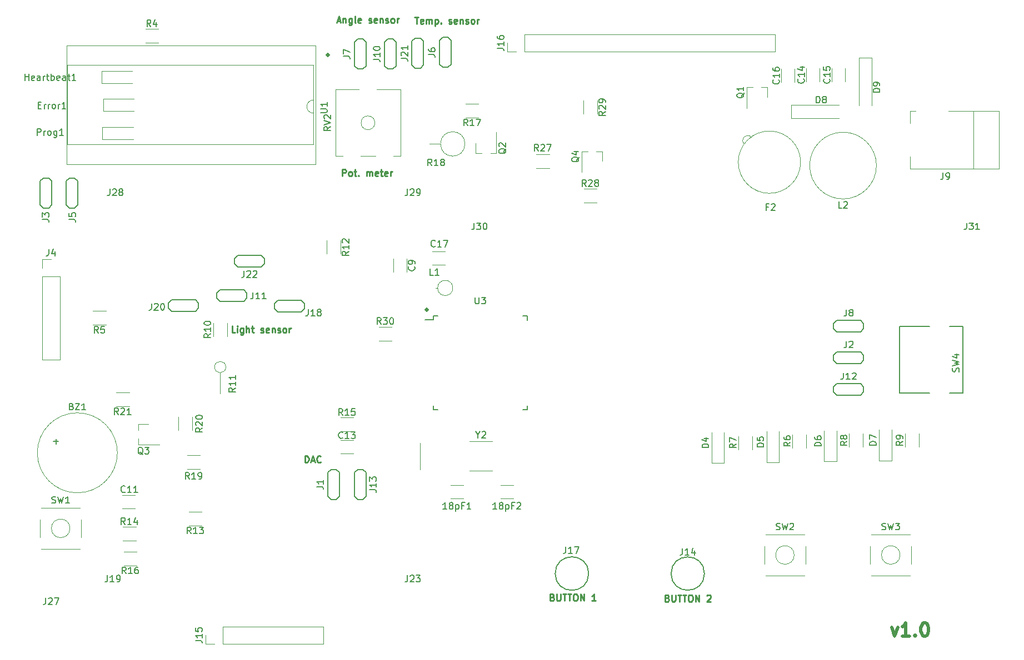
<source format=gto>
%TF.GenerationSoftware,KiCad,Pcbnew,4.0.7-e2-6376~61~ubuntu18.04.1*%
%TF.CreationDate,2020-07-27T22:32:39+02:00*%
%TF.ProjectId,panel_02,70616E656C5F30322E6B696361645F70,rev?*%
%TF.FileFunction,Legend,Top*%
%FSLAX46Y46*%
G04 Gerber Fmt 4.6, Leading zero omitted, Abs format (unit mm)*
G04 Created by KiCad (PCBNEW 4.0.7-e2-6376~61~ubuntu18.04.1) date Mon Jul 27 22:32:39 2020*
%MOMM*%
%LPD*%
G01*
G04 APERTURE LIST*
%ADD10C,0.150000*%
%ADD11C,0.500000*%
%ADD12C,0.300000*%
%ADD13C,0.250000*%
%ADD14C,0.200000*%
%ADD15C,0.120000*%
G04 APERTURE END LIST*
D10*
D11*
X194500857Y-130000429D02*
X194977048Y-131333762D01*
X195453238Y-130000429D01*
X197262763Y-131333762D02*
X196119905Y-131333762D01*
X196691334Y-131333762D02*
X196691334Y-129333762D01*
X196500858Y-129619476D01*
X196310382Y-129809952D01*
X196119905Y-129905190D01*
X198119905Y-131143286D02*
X198215144Y-131238524D01*
X198119905Y-131333762D01*
X198024667Y-131238524D01*
X198119905Y-131143286D01*
X198119905Y-131333762D01*
X199453239Y-129333762D02*
X199643715Y-129333762D01*
X199834191Y-129429000D01*
X199929429Y-129524238D01*
X200024667Y-129714714D01*
X200119906Y-130095667D01*
X200119906Y-130571857D01*
X200024667Y-130952810D01*
X199929429Y-131143286D01*
X199834191Y-131238524D01*
X199643715Y-131333762D01*
X199453239Y-131333762D01*
X199262763Y-131238524D01*
X199167525Y-131143286D01*
X199072286Y-130952810D01*
X198977048Y-130571857D01*
X198977048Y-130095667D01*
X199072286Y-129714714D01*
X199167525Y-129524238D01*
X199262763Y-129429000D01*
X199453239Y-129333762D01*
D12*
X108585000Y-42525000D02*
X108751667Y-42691667D01*
X108585000Y-42858333D01*
X108418334Y-42691667D01*
X108585000Y-42525000D01*
X108585000Y-42858333D01*
X123698000Y-81387000D02*
X123864667Y-81553667D01*
X123698000Y-81720333D01*
X123531334Y-81553667D01*
X123698000Y-81387000D01*
X123698000Y-81720333D01*
D13*
X105108524Y-104846381D02*
X105108524Y-103846381D01*
X105346619Y-103846381D01*
X105489477Y-103894000D01*
X105584715Y-103989238D01*
X105632334Y-104084476D01*
X105679953Y-104274952D01*
X105679953Y-104417810D01*
X105632334Y-104608286D01*
X105584715Y-104703524D01*
X105489477Y-104798762D01*
X105346619Y-104846381D01*
X105108524Y-104846381D01*
X106060905Y-104560667D02*
X106537096Y-104560667D01*
X105965667Y-104846381D02*
X106299000Y-103846381D01*
X106632334Y-104846381D01*
X107537096Y-104751143D02*
X107489477Y-104798762D01*
X107346620Y-104846381D01*
X107251382Y-104846381D01*
X107108524Y-104798762D01*
X107013286Y-104703524D01*
X106965667Y-104608286D01*
X106918048Y-104417810D01*
X106918048Y-104274952D01*
X106965667Y-104084476D01*
X107013286Y-103989238D01*
X107108524Y-103894000D01*
X107251382Y-103846381D01*
X107346620Y-103846381D01*
X107489477Y-103894000D01*
X107537096Y-103941619D01*
X110815904Y-61158381D02*
X110815904Y-60158381D01*
X111196857Y-60158381D01*
X111292095Y-60206000D01*
X111339714Y-60253619D01*
X111387333Y-60348857D01*
X111387333Y-60491714D01*
X111339714Y-60586952D01*
X111292095Y-60634571D01*
X111196857Y-60682190D01*
X110815904Y-60682190D01*
X111958761Y-61158381D02*
X111863523Y-61110762D01*
X111815904Y-61063143D01*
X111768285Y-60967905D01*
X111768285Y-60682190D01*
X111815904Y-60586952D01*
X111863523Y-60539333D01*
X111958761Y-60491714D01*
X112101619Y-60491714D01*
X112196857Y-60539333D01*
X112244476Y-60586952D01*
X112292095Y-60682190D01*
X112292095Y-60967905D01*
X112244476Y-61063143D01*
X112196857Y-61110762D01*
X112101619Y-61158381D01*
X111958761Y-61158381D01*
X112577809Y-60491714D02*
X112958761Y-60491714D01*
X112720666Y-60158381D02*
X112720666Y-61015524D01*
X112768285Y-61110762D01*
X112863523Y-61158381D01*
X112958761Y-61158381D01*
X113292095Y-61063143D02*
X113339714Y-61110762D01*
X113292095Y-61158381D01*
X113244476Y-61110762D01*
X113292095Y-61063143D01*
X113292095Y-61158381D01*
X114530190Y-61158381D02*
X114530190Y-60491714D01*
X114530190Y-60586952D02*
X114577809Y-60539333D01*
X114673047Y-60491714D01*
X114815905Y-60491714D01*
X114911143Y-60539333D01*
X114958762Y-60634571D01*
X114958762Y-61158381D01*
X114958762Y-60634571D02*
X115006381Y-60539333D01*
X115101619Y-60491714D01*
X115244476Y-60491714D01*
X115339714Y-60539333D01*
X115387333Y-60634571D01*
X115387333Y-61158381D01*
X116244476Y-61110762D02*
X116149238Y-61158381D01*
X115958761Y-61158381D01*
X115863523Y-61110762D01*
X115815904Y-61015524D01*
X115815904Y-60634571D01*
X115863523Y-60539333D01*
X115958761Y-60491714D01*
X116149238Y-60491714D01*
X116244476Y-60539333D01*
X116292095Y-60634571D01*
X116292095Y-60729810D01*
X115815904Y-60825048D01*
X116577809Y-60491714D02*
X116958761Y-60491714D01*
X116720666Y-60158381D02*
X116720666Y-61015524D01*
X116768285Y-61110762D01*
X116863523Y-61158381D01*
X116958761Y-61158381D01*
X117673048Y-61110762D02*
X117577810Y-61158381D01*
X117387333Y-61158381D01*
X117292095Y-61110762D01*
X117244476Y-61015524D01*
X117244476Y-60634571D01*
X117292095Y-60539333D01*
X117387333Y-60491714D01*
X117577810Y-60491714D01*
X117673048Y-60539333D01*
X117720667Y-60634571D01*
X117720667Y-60729810D01*
X117244476Y-60825048D01*
X118149238Y-61158381D02*
X118149238Y-60491714D01*
X118149238Y-60682190D02*
X118196857Y-60586952D01*
X118244476Y-60539333D01*
X118339714Y-60491714D01*
X118434953Y-60491714D01*
X94472619Y-85034381D02*
X93996428Y-85034381D01*
X93996428Y-84034381D01*
X94805952Y-85034381D02*
X94805952Y-84367714D01*
X94805952Y-84034381D02*
X94758333Y-84082000D01*
X94805952Y-84129619D01*
X94853571Y-84082000D01*
X94805952Y-84034381D01*
X94805952Y-84129619D01*
X95710714Y-84367714D02*
X95710714Y-85177238D01*
X95663095Y-85272476D01*
X95615476Y-85320095D01*
X95520237Y-85367714D01*
X95377380Y-85367714D01*
X95282142Y-85320095D01*
X95710714Y-84986762D02*
X95615476Y-85034381D01*
X95424999Y-85034381D01*
X95329761Y-84986762D01*
X95282142Y-84939143D01*
X95234523Y-84843905D01*
X95234523Y-84558190D01*
X95282142Y-84462952D01*
X95329761Y-84415333D01*
X95424999Y-84367714D01*
X95615476Y-84367714D01*
X95710714Y-84415333D01*
X96186904Y-85034381D02*
X96186904Y-84034381D01*
X96615476Y-85034381D02*
X96615476Y-84510571D01*
X96567857Y-84415333D01*
X96472619Y-84367714D01*
X96329761Y-84367714D01*
X96234523Y-84415333D01*
X96186904Y-84462952D01*
X96948809Y-84367714D02*
X97329761Y-84367714D01*
X97091666Y-84034381D02*
X97091666Y-84891524D01*
X97139285Y-84986762D01*
X97234523Y-85034381D01*
X97329761Y-85034381D01*
X98377381Y-84986762D02*
X98472619Y-85034381D01*
X98663095Y-85034381D01*
X98758334Y-84986762D01*
X98805953Y-84891524D01*
X98805953Y-84843905D01*
X98758334Y-84748667D01*
X98663095Y-84701048D01*
X98520238Y-84701048D01*
X98425000Y-84653429D01*
X98377381Y-84558190D01*
X98377381Y-84510571D01*
X98425000Y-84415333D01*
X98520238Y-84367714D01*
X98663095Y-84367714D01*
X98758334Y-84415333D01*
X99615477Y-84986762D02*
X99520239Y-85034381D01*
X99329762Y-85034381D01*
X99234524Y-84986762D01*
X99186905Y-84891524D01*
X99186905Y-84510571D01*
X99234524Y-84415333D01*
X99329762Y-84367714D01*
X99520239Y-84367714D01*
X99615477Y-84415333D01*
X99663096Y-84510571D01*
X99663096Y-84605810D01*
X99186905Y-84701048D01*
X100091667Y-84367714D02*
X100091667Y-85034381D01*
X100091667Y-84462952D02*
X100139286Y-84415333D01*
X100234524Y-84367714D01*
X100377382Y-84367714D01*
X100472620Y-84415333D01*
X100520239Y-84510571D01*
X100520239Y-85034381D01*
X100948810Y-84986762D02*
X101044048Y-85034381D01*
X101234524Y-85034381D01*
X101329763Y-84986762D01*
X101377382Y-84891524D01*
X101377382Y-84843905D01*
X101329763Y-84748667D01*
X101234524Y-84701048D01*
X101091667Y-84701048D01*
X100996429Y-84653429D01*
X100948810Y-84558190D01*
X100948810Y-84510571D01*
X100996429Y-84415333D01*
X101091667Y-84367714D01*
X101234524Y-84367714D01*
X101329763Y-84415333D01*
X101948810Y-85034381D02*
X101853572Y-84986762D01*
X101805953Y-84939143D01*
X101758334Y-84843905D01*
X101758334Y-84558190D01*
X101805953Y-84462952D01*
X101853572Y-84415333D01*
X101948810Y-84367714D01*
X102091668Y-84367714D01*
X102186906Y-84415333D01*
X102234525Y-84462952D01*
X102282144Y-84558190D01*
X102282144Y-84843905D01*
X102234525Y-84939143D01*
X102186906Y-84986762D01*
X102091668Y-85034381D01*
X101948810Y-85034381D01*
X102710715Y-85034381D02*
X102710715Y-84367714D01*
X102710715Y-84558190D02*
X102758334Y-84462952D01*
X102805953Y-84415333D01*
X102901191Y-84367714D01*
X102996430Y-84367714D01*
X121841238Y-36917381D02*
X122412667Y-36917381D01*
X122126952Y-37917381D02*
X122126952Y-36917381D01*
X123126953Y-37869762D02*
X123031715Y-37917381D01*
X122841238Y-37917381D01*
X122746000Y-37869762D01*
X122698381Y-37774524D01*
X122698381Y-37393571D01*
X122746000Y-37298333D01*
X122841238Y-37250714D01*
X123031715Y-37250714D01*
X123126953Y-37298333D01*
X123174572Y-37393571D01*
X123174572Y-37488810D01*
X122698381Y-37584048D01*
X123603143Y-37917381D02*
X123603143Y-37250714D01*
X123603143Y-37345952D02*
X123650762Y-37298333D01*
X123746000Y-37250714D01*
X123888858Y-37250714D01*
X123984096Y-37298333D01*
X124031715Y-37393571D01*
X124031715Y-37917381D01*
X124031715Y-37393571D02*
X124079334Y-37298333D01*
X124174572Y-37250714D01*
X124317429Y-37250714D01*
X124412667Y-37298333D01*
X124460286Y-37393571D01*
X124460286Y-37917381D01*
X124936476Y-37250714D02*
X124936476Y-38250714D01*
X124936476Y-37298333D02*
X125031714Y-37250714D01*
X125222191Y-37250714D01*
X125317429Y-37298333D01*
X125365048Y-37345952D01*
X125412667Y-37441190D01*
X125412667Y-37726905D01*
X125365048Y-37822143D01*
X125317429Y-37869762D01*
X125222191Y-37917381D01*
X125031714Y-37917381D01*
X124936476Y-37869762D01*
X125841238Y-37822143D02*
X125888857Y-37869762D01*
X125841238Y-37917381D01*
X125793619Y-37869762D01*
X125841238Y-37822143D01*
X125841238Y-37917381D01*
X127031714Y-37869762D02*
X127126952Y-37917381D01*
X127317428Y-37917381D01*
X127412667Y-37869762D01*
X127460286Y-37774524D01*
X127460286Y-37726905D01*
X127412667Y-37631667D01*
X127317428Y-37584048D01*
X127174571Y-37584048D01*
X127079333Y-37536429D01*
X127031714Y-37441190D01*
X127031714Y-37393571D01*
X127079333Y-37298333D01*
X127174571Y-37250714D01*
X127317428Y-37250714D01*
X127412667Y-37298333D01*
X128269810Y-37869762D02*
X128174572Y-37917381D01*
X127984095Y-37917381D01*
X127888857Y-37869762D01*
X127841238Y-37774524D01*
X127841238Y-37393571D01*
X127888857Y-37298333D01*
X127984095Y-37250714D01*
X128174572Y-37250714D01*
X128269810Y-37298333D01*
X128317429Y-37393571D01*
X128317429Y-37488810D01*
X127841238Y-37584048D01*
X128746000Y-37250714D02*
X128746000Y-37917381D01*
X128746000Y-37345952D02*
X128793619Y-37298333D01*
X128888857Y-37250714D01*
X129031715Y-37250714D01*
X129126953Y-37298333D01*
X129174572Y-37393571D01*
X129174572Y-37917381D01*
X129603143Y-37869762D02*
X129698381Y-37917381D01*
X129888857Y-37917381D01*
X129984096Y-37869762D01*
X130031715Y-37774524D01*
X130031715Y-37726905D01*
X129984096Y-37631667D01*
X129888857Y-37584048D01*
X129746000Y-37584048D01*
X129650762Y-37536429D01*
X129603143Y-37441190D01*
X129603143Y-37393571D01*
X129650762Y-37298333D01*
X129746000Y-37250714D01*
X129888857Y-37250714D01*
X129984096Y-37298333D01*
X130603143Y-37917381D02*
X130507905Y-37869762D01*
X130460286Y-37822143D01*
X130412667Y-37726905D01*
X130412667Y-37441190D01*
X130460286Y-37345952D01*
X130507905Y-37298333D01*
X130603143Y-37250714D01*
X130746001Y-37250714D01*
X130841239Y-37298333D01*
X130888858Y-37345952D01*
X130936477Y-37441190D01*
X130936477Y-37726905D01*
X130888858Y-37822143D01*
X130841239Y-37869762D01*
X130746001Y-37917381D01*
X130603143Y-37917381D01*
X131365048Y-37917381D02*
X131365048Y-37250714D01*
X131365048Y-37441190D02*
X131412667Y-37345952D01*
X131460286Y-37298333D01*
X131555524Y-37250714D01*
X131650763Y-37250714D01*
X110014332Y-37504667D02*
X110490523Y-37504667D01*
X109919094Y-37790381D02*
X110252427Y-36790381D01*
X110585761Y-37790381D01*
X110919094Y-37123714D02*
X110919094Y-37790381D01*
X110919094Y-37218952D02*
X110966713Y-37171333D01*
X111061951Y-37123714D01*
X111204809Y-37123714D01*
X111300047Y-37171333D01*
X111347666Y-37266571D01*
X111347666Y-37790381D01*
X112252428Y-37123714D02*
X112252428Y-37933238D01*
X112204809Y-38028476D01*
X112157190Y-38076095D01*
X112061951Y-38123714D01*
X111919094Y-38123714D01*
X111823856Y-38076095D01*
X112252428Y-37742762D02*
X112157190Y-37790381D01*
X111966713Y-37790381D01*
X111871475Y-37742762D01*
X111823856Y-37695143D01*
X111776237Y-37599905D01*
X111776237Y-37314190D01*
X111823856Y-37218952D01*
X111871475Y-37171333D01*
X111966713Y-37123714D01*
X112157190Y-37123714D01*
X112252428Y-37171333D01*
X112871475Y-37790381D02*
X112776237Y-37742762D01*
X112728618Y-37647524D01*
X112728618Y-36790381D01*
X113633381Y-37742762D02*
X113538143Y-37790381D01*
X113347666Y-37790381D01*
X113252428Y-37742762D01*
X113204809Y-37647524D01*
X113204809Y-37266571D01*
X113252428Y-37171333D01*
X113347666Y-37123714D01*
X113538143Y-37123714D01*
X113633381Y-37171333D01*
X113681000Y-37266571D01*
X113681000Y-37361810D01*
X113204809Y-37457048D01*
X114823857Y-37742762D02*
X114919095Y-37790381D01*
X115109571Y-37790381D01*
X115204810Y-37742762D01*
X115252429Y-37647524D01*
X115252429Y-37599905D01*
X115204810Y-37504667D01*
X115109571Y-37457048D01*
X114966714Y-37457048D01*
X114871476Y-37409429D01*
X114823857Y-37314190D01*
X114823857Y-37266571D01*
X114871476Y-37171333D01*
X114966714Y-37123714D01*
X115109571Y-37123714D01*
X115204810Y-37171333D01*
X116061953Y-37742762D02*
X115966715Y-37790381D01*
X115776238Y-37790381D01*
X115681000Y-37742762D01*
X115633381Y-37647524D01*
X115633381Y-37266571D01*
X115681000Y-37171333D01*
X115776238Y-37123714D01*
X115966715Y-37123714D01*
X116061953Y-37171333D01*
X116109572Y-37266571D01*
X116109572Y-37361810D01*
X115633381Y-37457048D01*
X116538143Y-37123714D02*
X116538143Y-37790381D01*
X116538143Y-37218952D02*
X116585762Y-37171333D01*
X116681000Y-37123714D01*
X116823858Y-37123714D01*
X116919096Y-37171333D01*
X116966715Y-37266571D01*
X116966715Y-37790381D01*
X117395286Y-37742762D02*
X117490524Y-37790381D01*
X117681000Y-37790381D01*
X117776239Y-37742762D01*
X117823858Y-37647524D01*
X117823858Y-37599905D01*
X117776239Y-37504667D01*
X117681000Y-37457048D01*
X117538143Y-37457048D01*
X117442905Y-37409429D01*
X117395286Y-37314190D01*
X117395286Y-37266571D01*
X117442905Y-37171333D01*
X117538143Y-37123714D01*
X117681000Y-37123714D01*
X117776239Y-37171333D01*
X118395286Y-37790381D02*
X118300048Y-37742762D01*
X118252429Y-37695143D01*
X118204810Y-37599905D01*
X118204810Y-37314190D01*
X118252429Y-37218952D01*
X118300048Y-37171333D01*
X118395286Y-37123714D01*
X118538144Y-37123714D01*
X118633382Y-37171333D01*
X118681001Y-37218952D01*
X118728620Y-37314190D01*
X118728620Y-37599905D01*
X118681001Y-37695143D01*
X118633382Y-37742762D01*
X118538144Y-37790381D01*
X118395286Y-37790381D01*
X119157191Y-37790381D02*
X119157191Y-37123714D01*
X119157191Y-37314190D02*
X119204810Y-37218952D01*
X119252429Y-37171333D01*
X119347667Y-37123714D01*
X119442906Y-37123714D01*
X160329953Y-125531571D02*
X160472810Y-125579190D01*
X160520429Y-125626810D01*
X160568048Y-125722048D01*
X160568048Y-125864905D01*
X160520429Y-125960143D01*
X160472810Y-126007762D01*
X160377572Y-126055381D01*
X159996619Y-126055381D01*
X159996619Y-125055381D01*
X160329953Y-125055381D01*
X160425191Y-125103000D01*
X160472810Y-125150619D01*
X160520429Y-125245857D01*
X160520429Y-125341095D01*
X160472810Y-125436333D01*
X160425191Y-125483952D01*
X160329953Y-125531571D01*
X159996619Y-125531571D01*
X160996619Y-125055381D02*
X160996619Y-125864905D01*
X161044238Y-125960143D01*
X161091857Y-126007762D01*
X161187095Y-126055381D01*
X161377572Y-126055381D01*
X161472810Y-126007762D01*
X161520429Y-125960143D01*
X161568048Y-125864905D01*
X161568048Y-125055381D01*
X161901381Y-125055381D02*
X162472810Y-125055381D01*
X162187095Y-126055381D02*
X162187095Y-125055381D01*
X162663286Y-125055381D02*
X163234715Y-125055381D01*
X162949000Y-126055381D02*
X162949000Y-125055381D01*
X163758524Y-125055381D02*
X163949001Y-125055381D01*
X164044239Y-125103000D01*
X164139477Y-125198238D01*
X164187096Y-125388714D01*
X164187096Y-125722048D01*
X164139477Y-125912524D01*
X164044239Y-126007762D01*
X163949001Y-126055381D01*
X163758524Y-126055381D01*
X163663286Y-126007762D01*
X163568048Y-125912524D01*
X163520429Y-125722048D01*
X163520429Y-125388714D01*
X163568048Y-125198238D01*
X163663286Y-125103000D01*
X163758524Y-125055381D01*
X164615667Y-126055381D02*
X164615667Y-125055381D01*
X165187096Y-126055381D01*
X165187096Y-125055381D01*
X166377572Y-125150619D02*
X166425191Y-125103000D01*
X166520429Y-125055381D01*
X166758525Y-125055381D01*
X166853763Y-125103000D01*
X166901382Y-125150619D01*
X166949001Y-125245857D01*
X166949001Y-125341095D01*
X166901382Y-125483952D01*
X166329953Y-126055381D01*
X166949001Y-126055381D01*
X142803953Y-125404571D02*
X142946810Y-125452190D01*
X142994429Y-125499810D01*
X143042048Y-125595048D01*
X143042048Y-125737905D01*
X142994429Y-125833143D01*
X142946810Y-125880762D01*
X142851572Y-125928381D01*
X142470619Y-125928381D01*
X142470619Y-124928381D01*
X142803953Y-124928381D01*
X142899191Y-124976000D01*
X142946810Y-125023619D01*
X142994429Y-125118857D01*
X142994429Y-125214095D01*
X142946810Y-125309333D01*
X142899191Y-125356952D01*
X142803953Y-125404571D01*
X142470619Y-125404571D01*
X143470619Y-124928381D02*
X143470619Y-125737905D01*
X143518238Y-125833143D01*
X143565857Y-125880762D01*
X143661095Y-125928381D01*
X143851572Y-125928381D01*
X143946810Y-125880762D01*
X143994429Y-125833143D01*
X144042048Y-125737905D01*
X144042048Y-124928381D01*
X144375381Y-124928381D02*
X144946810Y-124928381D01*
X144661095Y-125928381D02*
X144661095Y-124928381D01*
X145137286Y-124928381D02*
X145708715Y-124928381D01*
X145423000Y-125928381D02*
X145423000Y-124928381D01*
X146232524Y-124928381D02*
X146423001Y-124928381D01*
X146518239Y-124976000D01*
X146613477Y-125071238D01*
X146661096Y-125261714D01*
X146661096Y-125595048D01*
X146613477Y-125785524D01*
X146518239Y-125880762D01*
X146423001Y-125928381D01*
X146232524Y-125928381D01*
X146137286Y-125880762D01*
X146042048Y-125785524D01*
X145994429Y-125595048D01*
X145994429Y-125261714D01*
X146042048Y-125071238D01*
X146137286Y-124976000D01*
X146232524Y-124928381D01*
X147089667Y-125928381D02*
X147089667Y-124928381D01*
X147661096Y-125928381D01*
X147661096Y-124928381D01*
X149423001Y-125928381D02*
X148851572Y-125928381D01*
X149137286Y-125928381D02*
X149137286Y-124928381D01*
X149042048Y-125071238D01*
X148946810Y-125166476D01*
X148851572Y-125214095D01*
D14*
X148348668Y-121793000D02*
G75*
G03X148348668Y-121793000I-2552668J0D01*
G01*
X165989000Y-121793000D02*
G75*
G03X165989000Y-121793000I-2540000J0D01*
G01*
D10*
X124651000Y-82487000D02*
X124651000Y-83062000D01*
X139001000Y-82487000D02*
X139001000Y-83162000D01*
X139001000Y-96837000D02*
X139001000Y-96162000D01*
X124651000Y-96837000D02*
X124651000Y-96162000D01*
X124651000Y-82487000D02*
X125326000Y-82487000D01*
X124651000Y-96837000D02*
X125326000Y-96837000D01*
X139001000Y-96837000D02*
X138326000Y-96837000D01*
X139001000Y-82487000D02*
X138326000Y-82487000D01*
X124651000Y-83062000D02*
X123376000Y-83062000D01*
D15*
X129270000Y-108327000D02*
X127270000Y-108327000D01*
X127270000Y-110367000D02*
X129270000Y-110367000D01*
X134890000Y-110367000D02*
X136890000Y-110367000D01*
X136890000Y-108327000D02*
X134890000Y-108327000D01*
X76533000Y-103378000D02*
G75*
G03X76533000Y-103378000I-6100000J0D01*
G01*
X120654000Y-75803000D02*
X120654000Y-73803000D01*
X118614000Y-73803000D02*
X118614000Y-75803000D01*
X77232000Y-111891000D02*
X79232000Y-111891000D01*
X79232000Y-109851000D02*
X77232000Y-109851000D01*
X112506000Y-101469000D02*
X110506000Y-101469000D01*
X110506000Y-103509000D02*
X112506000Y-103509000D01*
X181479000Y-44720000D02*
X181479000Y-46720000D01*
X183519000Y-46720000D02*
X183519000Y-44720000D01*
X185416000Y-44720000D02*
X185416000Y-46720000D01*
X187456000Y-46720000D02*
X187456000Y-44720000D01*
X177669000Y-44847000D02*
X177669000Y-46847000D01*
X179709000Y-46847000D02*
X179709000Y-44847000D01*
X124476000Y-74680000D02*
X126476000Y-74680000D01*
X126476000Y-72640000D02*
X124476000Y-72640000D01*
X167071000Y-104954000D02*
X168971000Y-104954000D01*
X168971000Y-104954000D02*
X168971000Y-100254000D01*
X167071000Y-104954000D02*
X167071000Y-100254000D01*
X175453000Y-104827000D02*
X177353000Y-104827000D01*
X177353000Y-104827000D02*
X177353000Y-100127000D01*
X175453000Y-104827000D02*
X175453000Y-100127000D01*
X184216000Y-104700000D02*
X186116000Y-104700000D01*
X186116000Y-104700000D02*
X186116000Y-100000000D01*
X184216000Y-104700000D02*
X184216000Y-100000000D01*
X192598000Y-104573000D02*
X194498000Y-104573000D01*
X194498000Y-104573000D02*
X194498000Y-99873000D01*
X192598000Y-104573000D02*
X192598000Y-99873000D01*
X186519000Y-50308000D02*
X179219000Y-50308000D01*
X179219000Y-50308000D02*
X179219000Y-52308000D01*
X179219000Y-52308000D02*
X186519000Y-52308000D01*
X191500000Y-50375000D02*
X191500000Y-43075000D01*
X191500000Y-43075000D02*
X189500000Y-43075000D01*
X189500000Y-43075000D02*
X189500000Y-50375000D01*
X74370000Y-49342000D02*
X74370000Y-51242000D01*
X74370000Y-51242000D02*
X79070000Y-51242000D01*
X74370000Y-49342000D02*
X79070000Y-49342000D01*
X172045000Y-56265000D02*
X171925000Y-56125000D01*
X171925000Y-56125000D02*
X171835000Y-55965000D01*
X171835000Y-55965000D02*
X171785000Y-55715000D01*
X171785000Y-55715000D02*
X171815000Y-55455000D01*
X171815000Y-55455000D02*
X171965000Y-55195000D01*
X171965000Y-55195000D02*
X172185000Y-55025000D01*
X172185000Y-55025000D02*
X172475000Y-54945000D01*
X172475000Y-54945000D02*
X172765000Y-54985000D01*
X172765000Y-54985000D02*
X172945000Y-55065000D01*
X172945000Y-55065000D02*
X173075000Y-55215000D01*
X180645000Y-59045000D02*
G75*
G03X180645000Y-59045000I-4750000J0D01*
G01*
X74116000Y-45151000D02*
X74116000Y-47051000D01*
X74116000Y-47051000D02*
X78816000Y-47051000D01*
X74116000Y-45151000D02*
X78816000Y-45151000D01*
X65091000Y-76454000D02*
X65091000Y-89214000D01*
X65091000Y-89214000D02*
X67751000Y-89214000D01*
X67751000Y-89214000D02*
X67751000Y-76454000D01*
X67751000Y-76454000D02*
X65091000Y-76454000D01*
X65091000Y-75184000D02*
X65091000Y-73854000D01*
X65091000Y-73854000D02*
X66421000Y-73854000D01*
X207000000Y-60026000D02*
X207000000Y-51226000D01*
X203200000Y-51226000D02*
X210900000Y-51226000D01*
X210900000Y-51226000D02*
X210900000Y-60026000D01*
X210900000Y-60026000D02*
X210700000Y-60026000D01*
X197300000Y-53076000D02*
X197300000Y-51226000D01*
X197300000Y-51226000D02*
X198150000Y-51226000D01*
X210800000Y-60026000D02*
X197300000Y-60026000D01*
X197300000Y-60026000D02*
X197300000Y-58176000D01*
X92583000Y-132521000D02*
X107883000Y-132521000D01*
X107883000Y-132521000D02*
X107883000Y-129861000D01*
X107883000Y-129861000D02*
X92583000Y-129861000D01*
X92583000Y-129861000D02*
X92583000Y-132521000D01*
X91313000Y-132521000D02*
X89983000Y-132521000D01*
X89983000Y-132521000D02*
X89983000Y-131191000D01*
X138557000Y-42192000D02*
X176717000Y-42192000D01*
X176717000Y-42192000D02*
X176717000Y-39532000D01*
X176717000Y-39532000D02*
X138557000Y-39532000D01*
X138557000Y-39532000D02*
X138557000Y-42192000D01*
X137287000Y-42192000D02*
X135957000Y-42192000D01*
X135957000Y-42192000D02*
X135957000Y-40862000D01*
X192201000Y-59563000D02*
G75*
G03X192201000Y-59563000I-5090000J0D01*
G01*
X175570000Y-47627000D02*
X174640000Y-47627000D01*
X172410000Y-47627000D02*
X173340000Y-47627000D01*
X172410000Y-47627000D02*
X172410000Y-50787000D01*
X175570000Y-47627000D02*
X175570000Y-49087000D01*
X131135000Y-57656000D02*
X132065000Y-57656000D01*
X134295000Y-57656000D02*
X133365000Y-57656000D01*
X134295000Y-57656000D02*
X134295000Y-54496000D01*
X131135000Y-57656000D02*
X131135000Y-56196000D01*
X79758000Y-99004000D02*
X79758000Y-99934000D01*
X79758000Y-102164000D02*
X79758000Y-101234000D01*
X79758000Y-102164000D02*
X82918000Y-102164000D01*
X79758000Y-99004000D02*
X81218000Y-99004000D01*
X150424000Y-57406000D02*
X149494000Y-57406000D01*
X147264000Y-57406000D02*
X148194000Y-57406000D01*
X147264000Y-57406000D02*
X147264000Y-60566000D01*
X150424000Y-57406000D02*
X150424000Y-58866000D01*
X82788000Y-40821000D02*
X80788000Y-40821000D01*
X80788000Y-38681000D02*
X82788000Y-38681000D01*
X72787000Y-81734000D02*
X74787000Y-81734000D01*
X74787000Y-83874000D02*
X72787000Y-83874000D01*
X181537000Y-100600000D02*
X181537000Y-102600000D01*
X179397000Y-102600000D02*
X179397000Y-100600000D01*
X173282000Y-100854000D02*
X173282000Y-102854000D01*
X171142000Y-102854000D02*
X171142000Y-100854000D01*
X190173000Y-100473000D02*
X190173000Y-102473000D01*
X188033000Y-102473000D02*
X188033000Y-100473000D01*
X198682000Y-100473000D02*
X198682000Y-102473000D01*
X196542000Y-102473000D02*
X196542000Y-100473000D01*
X91132000Y-85582000D02*
X91132000Y-83582000D01*
X93272000Y-83582000D02*
X93272000Y-85582000D01*
X93062000Y-90297000D02*
G75*
G03X93062000Y-90297000I-860000J0D01*
G01*
X92202000Y-91157000D02*
X92202000Y-94377000D01*
X108404000Y-73009000D02*
X108404000Y-71009000D01*
X110544000Y-71009000D02*
X110544000Y-73009000D01*
X87392000Y-112341000D02*
X89392000Y-112341000D01*
X89392000Y-114481000D02*
X87392000Y-114481000D01*
X79359000Y-116767000D02*
X77359000Y-116767000D01*
X77359000Y-114627000D02*
X79359000Y-114627000D01*
X112506000Y-100130000D02*
X110506000Y-100130000D01*
X110506000Y-97990000D02*
X112506000Y-97990000D01*
X77486000Y-118437000D02*
X79486000Y-118437000D01*
X79486000Y-120577000D02*
X77486000Y-120577000D01*
X129556000Y-50111000D02*
X131556000Y-50111000D01*
X131556000Y-52251000D02*
X129556000Y-52251000D01*
X129495000Y-56261000D02*
G75*
G03X129495000Y-56261000I-1860000J0D01*
G01*
X125775000Y-56261000D02*
X124055000Y-56261000D01*
X89138000Y-105845000D02*
X87138000Y-105845000D01*
X87138000Y-103705000D02*
X89138000Y-103705000D01*
X87938000Y-97933000D02*
X87938000Y-99933000D01*
X85798000Y-99933000D02*
X85798000Y-97933000D01*
X76343000Y-94180000D02*
X78343000Y-94180000D01*
X78343000Y-96320000D02*
X76343000Y-96320000D01*
X140351000Y-57858000D02*
X142351000Y-57858000D01*
X142351000Y-59998000D02*
X140351000Y-59998000D01*
X149590000Y-65205000D02*
X147590000Y-65205000D01*
X147590000Y-63065000D02*
X149590000Y-63065000D01*
X147520000Y-51673000D02*
X147520000Y-49673000D01*
X149660000Y-49673000D02*
X149660000Y-51673000D01*
X116348000Y-84147000D02*
X118348000Y-84147000D01*
X118348000Y-86287000D02*
X116348000Y-86287000D01*
X115771000Y-53039000D02*
G75*
G03X115771000Y-53039000I-1050000J0D01*
G01*
X109760000Y-58099000D02*
X109760000Y-47979000D01*
X119681000Y-58099000D02*
X119681000Y-47979000D01*
X109760000Y-58099000D02*
X110856000Y-58099000D01*
X113586000Y-58099000D02*
X115856000Y-58099000D01*
X118586000Y-58099000D02*
X119681000Y-58099000D01*
X109760000Y-47979000D02*
X113356000Y-47979000D01*
X116086000Y-47979000D02*
X119681000Y-47979000D01*
X69307214Y-114899000D02*
G75*
G03X69307214Y-114899000I-1414214J0D01*
G01*
X64923000Y-118019000D02*
X70863000Y-118019000D01*
X64923000Y-111779000D02*
X70863000Y-111779000D01*
X64773000Y-116239000D02*
X64773000Y-113559000D01*
X71013000Y-113559000D02*
X71013000Y-116239000D01*
X179670214Y-118963000D02*
G75*
G03X179670214Y-118963000I-1414214J0D01*
G01*
X175286000Y-122083000D02*
X181226000Y-122083000D01*
X175286000Y-115843000D02*
X181226000Y-115843000D01*
X175136000Y-120303000D02*
X175136000Y-117623000D01*
X181376000Y-117623000D02*
X181376000Y-120303000D01*
X195799214Y-118963000D02*
G75*
G03X195799214Y-118963000I-1414214J0D01*
G01*
X191415000Y-122083000D02*
X197355000Y-122083000D01*
X191415000Y-115843000D02*
X197355000Y-115843000D01*
X191265000Y-120303000D02*
X191265000Y-117623000D01*
X197505000Y-117623000D02*
X197505000Y-120303000D01*
D10*
X203327000Y-84074000D02*
X205359000Y-84074000D01*
X205359000Y-84074000D02*
X205359000Y-94234000D01*
X200279000Y-94234000D02*
X195707000Y-94234000D01*
X195707000Y-94234000D02*
X195707000Y-84074000D01*
X195707000Y-84074000D02*
X200279000Y-84074000D01*
X205359000Y-94234000D02*
X203327000Y-94234000D01*
D15*
X130203000Y-101656000D02*
X133703000Y-101656000D01*
X130203000Y-106116000D02*
X133703000Y-106116000D01*
X122628000Y-101836000D02*
X122628000Y-105936000D01*
X127652000Y-78232000D02*
G75*
G03X127652000Y-78232000I-1160000J0D01*
G01*
X125332000Y-78232000D02*
X125052000Y-78232000D01*
D10*
X108574000Y-110004000D02*
X108574000Y-106404000D01*
X108574000Y-106404000D02*
X109074000Y-105904000D01*
X109074000Y-105904000D02*
X109874000Y-105904000D01*
X109874000Y-105904000D02*
X110374000Y-106404000D01*
X110374000Y-106404000D02*
X110374000Y-110004000D01*
X110374000Y-110004000D02*
X109874000Y-110504000D01*
X109874000Y-110504000D02*
X109074000Y-110504000D01*
X109074000Y-110504000D02*
X108574000Y-110004000D01*
X186160000Y-88000000D02*
X189760000Y-88000000D01*
X189760000Y-88000000D02*
X190260000Y-88500000D01*
X190260000Y-88500000D02*
X190260000Y-89300000D01*
X190260000Y-89300000D02*
X189760000Y-89800000D01*
X189760000Y-89800000D02*
X186160000Y-89800000D01*
X186160000Y-89800000D02*
X185660000Y-89300000D01*
X185660000Y-89300000D02*
X185660000Y-88500000D01*
X185660000Y-88500000D02*
X186160000Y-88000000D01*
X66559000Y-61954000D02*
X66559000Y-65554000D01*
X66559000Y-65554000D02*
X66059000Y-66054000D01*
X66059000Y-66054000D02*
X65259000Y-66054000D01*
X65259000Y-66054000D02*
X64759000Y-65554000D01*
X64759000Y-65554000D02*
X64759000Y-61954000D01*
X64759000Y-61954000D02*
X65259000Y-61454000D01*
X65259000Y-61454000D02*
X66059000Y-61454000D01*
X66059000Y-61454000D02*
X66559000Y-61954000D01*
X68696000Y-65554000D02*
X68696000Y-61954000D01*
X68696000Y-61954000D02*
X69196000Y-61454000D01*
X69196000Y-61454000D02*
X69996000Y-61454000D01*
X69996000Y-61454000D02*
X70496000Y-61954000D01*
X70496000Y-61954000D02*
X70496000Y-65554000D01*
X70496000Y-65554000D02*
X69996000Y-66054000D01*
X69996000Y-66054000D02*
X69196000Y-66054000D01*
X69196000Y-66054000D02*
X68696000Y-65554000D01*
X125592000Y-44091000D02*
X125592000Y-40491000D01*
X125592000Y-40491000D02*
X126092000Y-39991000D01*
X126092000Y-39991000D02*
X126892000Y-39991000D01*
X126892000Y-39991000D02*
X127392000Y-40491000D01*
X127392000Y-40491000D02*
X127392000Y-44091000D01*
X127392000Y-44091000D02*
X126892000Y-44591000D01*
X126892000Y-44591000D02*
X126092000Y-44591000D01*
X126092000Y-44591000D02*
X125592000Y-44091000D01*
X112638000Y-44345000D02*
X112638000Y-40745000D01*
X112638000Y-40745000D02*
X113138000Y-40245000D01*
X113138000Y-40245000D02*
X113938000Y-40245000D01*
X113938000Y-40245000D02*
X114438000Y-40745000D01*
X114438000Y-40745000D02*
X114438000Y-44345000D01*
X114438000Y-44345000D02*
X113938000Y-44845000D01*
X113938000Y-44845000D02*
X113138000Y-44845000D01*
X113138000Y-44845000D02*
X112638000Y-44345000D01*
X186160000Y-83174000D02*
X189760000Y-83174000D01*
X189760000Y-83174000D02*
X190260000Y-83674000D01*
X190260000Y-83674000D02*
X190260000Y-84474000D01*
X190260000Y-84474000D02*
X189760000Y-84974000D01*
X189760000Y-84974000D02*
X186160000Y-84974000D01*
X186160000Y-84974000D02*
X185660000Y-84474000D01*
X185660000Y-84474000D02*
X185660000Y-83674000D01*
X185660000Y-83674000D02*
X186160000Y-83174000D01*
X117210000Y-44345000D02*
X117210000Y-40745000D01*
X117210000Y-40745000D02*
X117710000Y-40245000D01*
X117710000Y-40245000D02*
X118510000Y-40245000D01*
X118510000Y-40245000D02*
X119010000Y-40745000D01*
X119010000Y-40745000D02*
X119010000Y-44345000D01*
X119010000Y-44345000D02*
X118510000Y-44845000D01*
X118510000Y-44845000D02*
X117710000Y-44845000D01*
X117710000Y-44845000D02*
X117210000Y-44345000D01*
X92180000Y-78475000D02*
X95780000Y-78475000D01*
X95780000Y-78475000D02*
X96280000Y-78975000D01*
X96280000Y-78975000D02*
X96280000Y-79775000D01*
X96280000Y-79775000D02*
X95780000Y-80275000D01*
X95780000Y-80275000D02*
X92180000Y-80275000D01*
X92180000Y-80275000D02*
X91680000Y-79775000D01*
X91680000Y-79775000D02*
X91680000Y-78975000D01*
X91680000Y-78975000D02*
X92180000Y-78475000D01*
X186160000Y-92826000D02*
X189760000Y-92826000D01*
X189760000Y-92826000D02*
X190260000Y-93326000D01*
X190260000Y-93326000D02*
X190260000Y-94126000D01*
X190260000Y-94126000D02*
X189760000Y-94626000D01*
X189760000Y-94626000D02*
X186160000Y-94626000D01*
X186160000Y-94626000D02*
X185660000Y-94126000D01*
X185660000Y-94126000D02*
X185660000Y-93326000D01*
X185660000Y-93326000D02*
X186160000Y-92826000D01*
X114438000Y-106404000D02*
X114438000Y-110004000D01*
X114438000Y-110004000D02*
X113938000Y-110504000D01*
X113938000Y-110504000D02*
X113138000Y-110504000D01*
X113138000Y-110504000D02*
X112638000Y-110004000D01*
X112638000Y-110004000D02*
X112638000Y-106404000D01*
X112638000Y-106404000D02*
X113138000Y-105904000D01*
X113138000Y-105904000D02*
X113938000Y-105904000D01*
X113938000Y-105904000D02*
X114438000Y-106404000D01*
X100943000Y-80126000D02*
X104543000Y-80126000D01*
X104543000Y-80126000D02*
X105043000Y-80626000D01*
X105043000Y-80626000D02*
X105043000Y-81426000D01*
X105043000Y-81426000D02*
X104543000Y-81926000D01*
X104543000Y-81926000D02*
X100943000Y-81926000D01*
X100943000Y-81926000D02*
X100443000Y-81426000D01*
X100443000Y-81426000D02*
X100443000Y-80626000D01*
X100443000Y-80626000D02*
X100943000Y-80126000D01*
X88414000Y-81799000D02*
X84814000Y-81799000D01*
X84814000Y-81799000D02*
X84314000Y-81299000D01*
X84314000Y-81299000D02*
X84314000Y-80499000D01*
X84314000Y-80499000D02*
X84814000Y-79999000D01*
X84814000Y-79999000D02*
X88414000Y-79999000D01*
X88414000Y-79999000D02*
X88914000Y-80499000D01*
X88914000Y-80499000D02*
X88914000Y-81299000D01*
X88914000Y-81299000D02*
X88414000Y-81799000D01*
X121401000Y-44218000D02*
X121401000Y-40618000D01*
X121401000Y-40618000D02*
X121901000Y-40118000D01*
X121901000Y-40118000D02*
X122701000Y-40118000D01*
X122701000Y-40118000D02*
X123201000Y-40618000D01*
X123201000Y-40618000D02*
X123201000Y-44218000D01*
X123201000Y-44218000D02*
X122701000Y-44718000D01*
X122701000Y-44718000D02*
X121901000Y-44718000D01*
X121901000Y-44718000D02*
X121401000Y-44218000D01*
X98447000Y-75068000D02*
X94847000Y-75068000D01*
X94847000Y-75068000D02*
X94347000Y-74568000D01*
X94347000Y-74568000D02*
X94347000Y-73768000D01*
X94347000Y-73768000D02*
X94847000Y-73268000D01*
X94847000Y-73268000D02*
X98447000Y-73268000D01*
X98447000Y-73268000D02*
X98947000Y-73768000D01*
X98947000Y-73768000D02*
X98947000Y-74568000D01*
X98947000Y-74568000D02*
X98447000Y-75068000D01*
D15*
X106413300Y-56349900D02*
X106413300Y-44234100D01*
X106413300Y-44234100D02*
X104533700Y-44234100D01*
X104584500Y-56349900D02*
X106400600Y-56349900D01*
X104648000Y-41224200D02*
X106768900Y-41224200D01*
X104660700Y-59359800D02*
X106768900Y-59347100D01*
X106768900Y-59347100D02*
X106768900Y-41224200D01*
X106409800Y-51571400D02*
G75*
G02X106409800Y-49571400I0J1000000D01*
G01*
X104581000Y-44232000D02*
X68901000Y-44232000D01*
X68901000Y-44232000D02*
X68901000Y-56352000D01*
X68901000Y-56352000D02*
X104581000Y-56352000D01*
X104641000Y-41232000D02*
X68841000Y-41232000D01*
X68841000Y-41232000D02*
X68841000Y-59352000D01*
X68841000Y-59352000D02*
X104641000Y-59352000D01*
X74243000Y-53660000D02*
X74243000Y-55560000D01*
X74243000Y-55560000D02*
X78943000Y-55560000D01*
X74243000Y-53660000D02*
X78943000Y-53660000D01*
D10*
X131064095Y-79664381D02*
X131064095Y-80473905D01*
X131111714Y-80569143D01*
X131159333Y-80616762D01*
X131254571Y-80664381D01*
X131445048Y-80664381D01*
X131540286Y-80616762D01*
X131587905Y-80569143D01*
X131635524Y-80473905D01*
X131635524Y-79664381D01*
X132016476Y-79664381D02*
X132635524Y-79664381D01*
X132302190Y-80045333D01*
X132445048Y-80045333D01*
X132540286Y-80092952D01*
X132587905Y-80140571D01*
X132635524Y-80235810D01*
X132635524Y-80473905D01*
X132587905Y-80569143D01*
X132540286Y-80616762D01*
X132445048Y-80664381D01*
X132159333Y-80664381D01*
X132064095Y-80616762D01*
X132016476Y-80569143D01*
X126722381Y-111958381D02*
X126150952Y-111958381D01*
X126436666Y-111958381D02*
X126436666Y-110958381D01*
X126341428Y-111101238D01*
X126246190Y-111196476D01*
X126150952Y-111244095D01*
X127293809Y-111386952D02*
X127198571Y-111339333D01*
X127150952Y-111291714D01*
X127103333Y-111196476D01*
X127103333Y-111148857D01*
X127150952Y-111053619D01*
X127198571Y-111006000D01*
X127293809Y-110958381D01*
X127484286Y-110958381D01*
X127579524Y-111006000D01*
X127627143Y-111053619D01*
X127674762Y-111148857D01*
X127674762Y-111196476D01*
X127627143Y-111291714D01*
X127579524Y-111339333D01*
X127484286Y-111386952D01*
X127293809Y-111386952D01*
X127198571Y-111434571D01*
X127150952Y-111482190D01*
X127103333Y-111577429D01*
X127103333Y-111767905D01*
X127150952Y-111863143D01*
X127198571Y-111910762D01*
X127293809Y-111958381D01*
X127484286Y-111958381D01*
X127579524Y-111910762D01*
X127627143Y-111863143D01*
X127674762Y-111767905D01*
X127674762Y-111577429D01*
X127627143Y-111482190D01*
X127579524Y-111434571D01*
X127484286Y-111386952D01*
X128103333Y-111291714D02*
X128103333Y-112291714D01*
X128103333Y-111339333D02*
X128198571Y-111291714D01*
X128389048Y-111291714D01*
X128484286Y-111339333D01*
X128531905Y-111386952D01*
X128579524Y-111482190D01*
X128579524Y-111767905D01*
X128531905Y-111863143D01*
X128484286Y-111910762D01*
X128389048Y-111958381D01*
X128198571Y-111958381D01*
X128103333Y-111910762D01*
X129341429Y-111434571D02*
X129008095Y-111434571D01*
X129008095Y-111958381D02*
X129008095Y-110958381D01*
X129484286Y-110958381D01*
X130389048Y-111958381D02*
X129817619Y-111958381D01*
X130103333Y-111958381D02*
X130103333Y-110958381D01*
X130008095Y-111101238D01*
X129912857Y-111196476D01*
X129817619Y-111244095D01*
X134342381Y-111958381D02*
X133770952Y-111958381D01*
X134056666Y-111958381D02*
X134056666Y-110958381D01*
X133961428Y-111101238D01*
X133866190Y-111196476D01*
X133770952Y-111244095D01*
X134913809Y-111386952D02*
X134818571Y-111339333D01*
X134770952Y-111291714D01*
X134723333Y-111196476D01*
X134723333Y-111148857D01*
X134770952Y-111053619D01*
X134818571Y-111006000D01*
X134913809Y-110958381D01*
X135104286Y-110958381D01*
X135199524Y-111006000D01*
X135247143Y-111053619D01*
X135294762Y-111148857D01*
X135294762Y-111196476D01*
X135247143Y-111291714D01*
X135199524Y-111339333D01*
X135104286Y-111386952D01*
X134913809Y-111386952D01*
X134818571Y-111434571D01*
X134770952Y-111482190D01*
X134723333Y-111577429D01*
X134723333Y-111767905D01*
X134770952Y-111863143D01*
X134818571Y-111910762D01*
X134913809Y-111958381D01*
X135104286Y-111958381D01*
X135199524Y-111910762D01*
X135247143Y-111863143D01*
X135294762Y-111767905D01*
X135294762Y-111577429D01*
X135247143Y-111482190D01*
X135199524Y-111434571D01*
X135104286Y-111386952D01*
X135723333Y-111291714D02*
X135723333Y-112291714D01*
X135723333Y-111339333D02*
X135818571Y-111291714D01*
X136009048Y-111291714D01*
X136104286Y-111339333D01*
X136151905Y-111386952D01*
X136199524Y-111482190D01*
X136199524Y-111767905D01*
X136151905Y-111863143D01*
X136104286Y-111910762D01*
X136009048Y-111958381D01*
X135818571Y-111958381D01*
X135723333Y-111910762D01*
X136961429Y-111434571D02*
X136628095Y-111434571D01*
X136628095Y-111958381D02*
X136628095Y-110958381D01*
X137104286Y-110958381D01*
X137437619Y-111053619D02*
X137485238Y-111006000D01*
X137580476Y-110958381D01*
X137818572Y-110958381D01*
X137913810Y-111006000D01*
X137961429Y-111053619D01*
X138009048Y-111148857D01*
X138009048Y-111244095D01*
X137961429Y-111386952D01*
X137390000Y-111958381D01*
X138009048Y-111958381D01*
X69552048Y-96306571D02*
X69694905Y-96354190D01*
X69742524Y-96401810D01*
X69790143Y-96497048D01*
X69790143Y-96639905D01*
X69742524Y-96735143D01*
X69694905Y-96782762D01*
X69599667Y-96830381D01*
X69218714Y-96830381D01*
X69218714Y-95830381D01*
X69552048Y-95830381D01*
X69647286Y-95878000D01*
X69694905Y-95925619D01*
X69742524Y-96020857D01*
X69742524Y-96116095D01*
X69694905Y-96211333D01*
X69647286Y-96258952D01*
X69552048Y-96306571D01*
X69218714Y-96306571D01*
X70123476Y-95830381D02*
X70790143Y-95830381D01*
X70123476Y-96830381D01*
X70790143Y-96830381D01*
X71694905Y-96830381D02*
X71123476Y-96830381D01*
X71409190Y-96830381D02*
X71409190Y-95830381D01*
X71313952Y-95973238D01*
X71218714Y-96068476D01*
X71123476Y-96116095D01*
X66802048Y-101649429D02*
X67563953Y-101649429D01*
X67183001Y-102030381D02*
X67183001Y-101268476D01*
X121769143Y-74969666D02*
X121816762Y-75017285D01*
X121864381Y-75160142D01*
X121864381Y-75255380D01*
X121816762Y-75398238D01*
X121721524Y-75493476D01*
X121626286Y-75541095D01*
X121435810Y-75588714D01*
X121292952Y-75588714D01*
X121102476Y-75541095D01*
X121007238Y-75493476D01*
X120912000Y-75398238D01*
X120864381Y-75255380D01*
X120864381Y-75160142D01*
X120912000Y-75017285D01*
X120959619Y-74969666D01*
X121864381Y-74493476D02*
X121864381Y-74303000D01*
X121816762Y-74207761D01*
X121769143Y-74160142D01*
X121626286Y-74064904D01*
X121435810Y-74017285D01*
X121054857Y-74017285D01*
X120959619Y-74064904D01*
X120912000Y-74112523D01*
X120864381Y-74207761D01*
X120864381Y-74398238D01*
X120912000Y-74493476D01*
X120959619Y-74541095D01*
X121054857Y-74588714D01*
X121292952Y-74588714D01*
X121388190Y-74541095D01*
X121435810Y-74493476D01*
X121483429Y-74398238D01*
X121483429Y-74207761D01*
X121435810Y-74112523D01*
X121388190Y-74064904D01*
X121292952Y-74017285D01*
X77716143Y-109323143D02*
X77668524Y-109370762D01*
X77525667Y-109418381D01*
X77430429Y-109418381D01*
X77287571Y-109370762D01*
X77192333Y-109275524D01*
X77144714Y-109180286D01*
X77097095Y-108989810D01*
X77097095Y-108846952D01*
X77144714Y-108656476D01*
X77192333Y-108561238D01*
X77287571Y-108466000D01*
X77430429Y-108418381D01*
X77525667Y-108418381D01*
X77668524Y-108466000D01*
X77716143Y-108513619D01*
X78668524Y-109418381D02*
X78097095Y-109418381D01*
X78382809Y-109418381D02*
X78382809Y-108418381D01*
X78287571Y-108561238D01*
X78192333Y-108656476D01*
X78097095Y-108704095D01*
X79620905Y-109418381D02*
X79049476Y-109418381D01*
X79335190Y-109418381D02*
X79335190Y-108418381D01*
X79239952Y-108561238D01*
X79144714Y-108656476D01*
X79049476Y-108704095D01*
X110863143Y-101096143D02*
X110815524Y-101143762D01*
X110672667Y-101191381D01*
X110577429Y-101191381D01*
X110434571Y-101143762D01*
X110339333Y-101048524D01*
X110291714Y-100953286D01*
X110244095Y-100762810D01*
X110244095Y-100619952D01*
X110291714Y-100429476D01*
X110339333Y-100334238D01*
X110434571Y-100239000D01*
X110577429Y-100191381D01*
X110672667Y-100191381D01*
X110815524Y-100239000D01*
X110863143Y-100286619D01*
X111815524Y-101191381D02*
X111244095Y-101191381D01*
X111529809Y-101191381D02*
X111529809Y-100191381D01*
X111434571Y-100334238D01*
X111339333Y-100429476D01*
X111244095Y-100477095D01*
X112148857Y-100191381D02*
X112767905Y-100191381D01*
X112434571Y-100572333D01*
X112577429Y-100572333D01*
X112672667Y-100619952D01*
X112720286Y-100667571D01*
X112767905Y-100762810D01*
X112767905Y-101000905D01*
X112720286Y-101096143D01*
X112672667Y-101143762D01*
X112577429Y-101191381D01*
X112291714Y-101191381D01*
X112196476Y-101143762D01*
X112148857Y-101096143D01*
X181106143Y-46362857D02*
X181153762Y-46410476D01*
X181201381Y-46553333D01*
X181201381Y-46648571D01*
X181153762Y-46791429D01*
X181058524Y-46886667D01*
X180963286Y-46934286D01*
X180772810Y-46981905D01*
X180629952Y-46981905D01*
X180439476Y-46934286D01*
X180344238Y-46886667D01*
X180249000Y-46791429D01*
X180201381Y-46648571D01*
X180201381Y-46553333D01*
X180249000Y-46410476D01*
X180296619Y-46362857D01*
X181201381Y-45410476D02*
X181201381Y-45981905D01*
X181201381Y-45696191D02*
X180201381Y-45696191D01*
X180344238Y-45791429D01*
X180439476Y-45886667D01*
X180487095Y-45981905D01*
X180534714Y-44553333D02*
X181201381Y-44553333D01*
X180153762Y-44791429D02*
X180868048Y-45029524D01*
X180868048Y-44410476D01*
X185043143Y-46362857D02*
X185090762Y-46410476D01*
X185138381Y-46553333D01*
X185138381Y-46648571D01*
X185090762Y-46791429D01*
X184995524Y-46886667D01*
X184900286Y-46934286D01*
X184709810Y-46981905D01*
X184566952Y-46981905D01*
X184376476Y-46934286D01*
X184281238Y-46886667D01*
X184186000Y-46791429D01*
X184138381Y-46648571D01*
X184138381Y-46553333D01*
X184186000Y-46410476D01*
X184233619Y-46362857D01*
X185138381Y-45410476D02*
X185138381Y-45981905D01*
X185138381Y-45696191D02*
X184138381Y-45696191D01*
X184281238Y-45791429D01*
X184376476Y-45886667D01*
X184424095Y-45981905D01*
X184138381Y-44505714D02*
X184138381Y-44981905D01*
X184614571Y-45029524D01*
X184566952Y-44981905D01*
X184519333Y-44886667D01*
X184519333Y-44648571D01*
X184566952Y-44553333D01*
X184614571Y-44505714D01*
X184709810Y-44458095D01*
X184947905Y-44458095D01*
X185043143Y-44505714D01*
X185090762Y-44553333D01*
X185138381Y-44648571D01*
X185138381Y-44886667D01*
X185090762Y-44981905D01*
X185043143Y-45029524D01*
X177296143Y-46489857D02*
X177343762Y-46537476D01*
X177391381Y-46680333D01*
X177391381Y-46775571D01*
X177343762Y-46918429D01*
X177248524Y-47013667D01*
X177153286Y-47061286D01*
X176962810Y-47108905D01*
X176819952Y-47108905D01*
X176629476Y-47061286D01*
X176534238Y-47013667D01*
X176439000Y-46918429D01*
X176391381Y-46775571D01*
X176391381Y-46680333D01*
X176439000Y-46537476D01*
X176486619Y-46489857D01*
X177391381Y-45537476D02*
X177391381Y-46108905D01*
X177391381Y-45823191D02*
X176391381Y-45823191D01*
X176534238Y-45918429D01*
X176629476Y-46013667D01*
X176677095Y-46108905D01*
X176391381Y-44680333D02*
X176391381Y-44870810D01*
X176439000Y-44966048D01*
X176486619Y-45013667D01*
X176629476Y-45108905D01*
X176819952Y-45156524D01*
X177200905Y-45156524D01*
X177296143Y-45108905D01*
X177343762Y-45061286D01*
X177391381Y-44966048D01*
X177391381Y-44775571D01*
X177343762Y-44680333D01*
X177296143Y-44632714D01*
X177200905Y-44585095D01*
X176962810Y-44585095D01*
X176867571Y-44632714D01*
X176819952Y-44680333D01*
X176772333Y-44775571D01*
X176772333Y-44966048D01*
X176819952Y-45061286D01*
X176867571Y-45108905D01*
X176962810Y-45156524D01*
X124960143Y-71858143D02*
X124912524Y-71905762D01*
X124769667Y-71953381D01*
X124674429Y-71953381D01*
X124531571Y-71905762D01*
X124436333Y-71810524D01*
X124388714Y-71715286D01*
X124341095Y-71524810D01*
X124341095Y-71381952D01*
X124388714Y-71191476D01*
X124436333Y-71096238D01*
X124531571Y-71001000D01*
X124674429Y-70953381D01*
X124769667Y-70953381D01*
X124912524Y-71001000D01*
X124960143Y-71048619D01*
X125912524Y-71953381D02*
X125341095Y-71953381D01*
X125626809Y-71953381D02*
X125626809Y-70953381D01*
X125531571Y-71096238D01*
X125436333Y-71191476D01*
X125341095Y-71239095D01*
X126245857Y-70953381D02*
X126912524Y-70953381D01*
X126483952Y-71953381D01*
X166623381Y-102592095D02*
X165623381Y-102592095D01*
X165623381Y-102354000D01*
X165671000Y-102211142D01*
X165766238Y-102115904D01*
X165861476Y-102068285D01*
X166051952Y-102020666D01*
X166194810Y-102020666D01*
X166385286Y-102068285D01*
X166480524Y-102115904D01*
X166575762Y-102211142D01*
X166623381Y-102354000D01*
X166623381Y-102592095D01*
X165956714Y-101163523D02*
X166623381Y-101163523D01*
X165575762Y-101401619D02*
X166290048Y-101639714D01*
X166290048Y-101020666D01*
X175005381Y-102465095D02*
X174005381Y-102465095D01*
X174005381Y-102227000D01*
X174053000Y-102084142D01*
X174148238Y-101988904D01*
X174243476Y-101941285D01*
X174433952Y-101893666D01*
X174576810Y-101893666D01*
X174767286Y-101941285D01*
X174862524Y-101988904D01*
X174957762Y-102084142D01*
X175005381Y-102227000D01*
X175005381Y-102465095D01*
X174005381Y-100988904D02*
X174005381Y-101465095D01*
X174481571Y-101512714D01*
X174433952Y-101465095D01*
X174386333Y-101369857D01*
X174386333Y-101131761D01*
X174433952Y-101036523D01*
X174481571Y-100988904D01*
X174576810Y-100941285D01*
X174814905Y-100941285D01*
X174910143Y-100988904D01*
X174957762Y-101036523D01*
X175005381Y-101131761D01*
X175005381Y-101369857D01*
X174957762Y-101465095D01*
X174910143Y-101512714D01*
X183768381Y-102338095D02*
X182768381Y-102338095D01*
X182768381Y-102100000D01*
X182816000Y-101957142D01*
X182911238Y-101861904D01*
X183006476Y-101814285D01*
X183196952Y-101766666D01*
X183339810Y-101766666D01*
X183530286Y-101814285D01*
X183625524Y-101861904D01*
X183720762Y-101957142D01*
X183768381Y-102100000D01*
X183768381Y-102338095D01*
X182768381Y-100909523D02*
X182768381Y-101100000D01*
X182816000Y-101195238D01*
X182863619Y-101242857D01*
X183006476Y-101338095D01*
X183196952Y-101385714D01*
X183577905Y-101385714D01*
X183673143Y-101338095D01*
X183720762Y-101290476D01*
X183768381Y-101195238D01*
X183768381Y-101004761D01*
X183720762Y-100909523D01*
X183673143Y-100861904D01*
X183577905Y-100814285D01*
X183339810Y-100814285D01*
X183244571Y-100861904D01*
X183196952Y-100909523D01*
X183149333Y-101004761D01*
X183149333Y-101195238D01*
X183196952Y-101290476D01*
X183244571Y-101338095D01*
X183339810Y-101385714D01*
X192150381Y-102211095D02*
X191150381Y-102211095D01*
X191150381Y-101973000D01*
X191198000Y-101830142D01*
X191293238Y-101734904D01*
X191388476Y-101687285D01*
X191578952Y-101639666D01*
X191721810Y-101639666D01*
X191912286Y-101687285D01*
X192007524Y-101734904D01*
X192102762Y-101830142D01*
X192150381Y-101973000D01*
X192150381Y-102211095D01*
X191150381Y-101306333D02*
X191150381Y-100639666D01*
X192150381Y-101068238D01*
X183030905Y-50010381D02*
X183030905Y-49010381D01*
X183269000Y-49010381D01*
X183411858Y-49058000D01*
X183507096Y-49153238D01*
X183554715Y-49248476D01*
X183602334Y-49438952D01*
X183602334Y-49581810D01*
X183554715Y-49772286D01*
X183507096Y-49867524D01*
X183411858Y-49962762D01*
X183269000Y-50010381D01*
X183030905Y-50010381D01*
X184173762Y-49438952D02*
X184078524Y-49391333D01*
X184030905Y-49343714D01*
X183983286Y-49248476D01*
X183983286Y-49200857D01*
X184030905Y-49105619D01*
X184078524Y-49058000D01*
X184173762Y-49010381D01*
X184364239Y-49010381D01*
X184459477Y-49058000D01*
X184507096Y-49105619D01*
X184554715Y-49200857D01*
X184554715Y-49248476D01*
X184507096Y-49343714D01*
X184459477Y-49391333D01*
X184364239Y-49438952D01*
X184173762Y-49438952D01*
X184078524Y-49486571D01*
X184030905Y-49534190D01*
X183983286Y-49629429D01*
X183983286Y-49819905D01*
X184030905Y-49915143D01*
X184078524Y-49962762D01*
X184173762Y-50010381D01*
X184364239Y-50010381D01*
X184459477Y-49962762D01*
X184507096Y-49915143D01*
X184554715Y-49819905D01*
X184554715Y-49629429D01*
X184507096Y-49534190D01*
X184459477Y-49486571D01*
X184364239Y-49438952D01*
X192702381Y-48363095D02*
X191702381Y-48363095D01*
X191702381Y-48125000D01*
X191750000Y-47982142D01*
X191845238Y-47886904D01*
X191940476Y-47839285D01*
X192130952Y-47791666D01*
X192273810Y-47791666D01*
X192464286Y-47839285D01*
X192559524Y-47886904D01*
X192654762Y-47982142D01*
X192702381Y-48125000D01*
X192702381Y-48363095D01*
X192702381Y-47315476D02*
X192702381Y-47125000D01*
X192654762Y-47029761D01*
X192607143Y-46982142D01*
X192464286Y-46886904D01*
X192273810Y-46839285D01*
X191892857Y-46839285D01*
X191797619Y-46886904D01*
X191750000Y-46934523D01*
X191702381Y-47029761D01*
X191702381Y-47220238D01*
X191750000Y-47315476D01*
X191797619Y-47363095D01*
X191892857Y-47410714D01*
X192130952Y-47410714D01*
X192226190Y-47363095D01*
X192273810Y-47315476D01*
X192321429Y-47220238D01*
X192321429Y-47029761D01*
X192273810Y-46934523D01*
X192226190Y-46886904D01*
X192130952Y-46839285D01*
X64476571Y-50347571D02*
X64809905Y-50347571D01*
X64952762Y-50871381D02*
X64476571Y-50871381D01*
X64476571Y-49871381D01*
X64952762Y-49871381D01*
X65381333Y-50871381D02*
X65381333Y-50204714D01*
X65381333Y-50395190D02*
X65428952Y-50299952D01*
X65476571Y-50252333D01*
X65571809Y-50204714D01*
X65667048Y-50204714D01*
X66000381Y-50871381D02*
X66000381Y-50204714D01*
X66000381Y-50395190D02*
X66048000Y-50299952D01*
X66095619Y-50252333D01*
X66190857Y-50204714D01*
X66286096Y-50204714D01*
X66762286Y-50871381D02*
X66667048Y-50823762D01*
X66619429Y-50776143D01*
X66571810Y-50680905D01*
X66571810Y-50395190D01*
X66619429Y-50299952D01*
X66667048Y-50252333D01*
X66762286Y-50204714D01*
X66905144Y-50204714D01*
X67000382Y-50252333D01*
X67048001Y-50299952D01*
X67095620Y-50395190D01*
X67095620Y-50680905D01*
X67048001Y-50776143D01*
X67000382Y-50823762D01*
X66905144Y-50871381D01*
X66762286Y-50871381D01*
X67524191Y-50871381D02*
X67524191Y-50204714D01*
X67524191Y-50395190D02*
X67571810Y-50299952D01*
X67619429Y-50252333D01*
X67714667Y-50204714D01*
X67809906Y-50204714D01*
X68667049Y-50871381D02*
X68095620Y-50871381D01*
X68381334Y-50871381D02*
X68381334Y-49871381D01*
X68286096Y-50014238D01*
X68190858Y-50109476D01*
X68095620Y-50157095D01*
X175711667Y-65873571D02*
X175378333Y-65873571D01*
X175378333Y-66397381D02*
X175378333Y-65397381D01*
X175854524Y-65397381D01*
X176187857Y-65492619D02*
X176235476Y-65445000D01*
X176330714Y-65397381D01*
X176568810Y-65397381D01*
X176664048Y-65445000D01*
X176711667Y-65492619D01*
X176759286Y-65587857D01*
X176759286Y-65683095D01*
X176711667Y-65825952D01*
X176140238Y-66397381D01*
X176759286Y-66397381D01*
X62436856Y-46553381D02*
X62436856Y-45553381D01*
X62436856Y-46029571D02*
X63008285Y-46029571D01*
X63008285Y-46553381D02*
X63008285Y-45553381D01*
X63865428Y-46505762D02*
X63770190Y-46553381D01*
X63579713Y-46553381D01*
X63484475Y-46505762D01*
X63436856Y-46410524D01*
X63436856Y-46029571D01*
X63484475Y-45934333D01*
X63579713Y-45886714D01*
X63770190Y-45886714D01*
X63865428Y-45934333D01*
X63913047Y-46029571D01*
X63913047Y-46124810D01*
X63436856Y-46220048D01*
X64770190Y-46553381D02*
X64770190Y-46029571D01*
X64722571Y-45934333D01*
X64627333Y-45886714D01*
X64436856Y-45886714D01*
X64341618Y-45934333D01*
X64770190Y-46505762D02*
X64674952Y-46553381D01*
X64436856Y-46553381D01*
X64341618Y-46505762D01*
X64293999Y-46410524D01*
X64293999Y-46315286D01*
X64341618Y-46220048D01*
X64436856Y-46172429D01*
X64674952Y-46172429D01*
X64770190Y-46124810D01*
X65246380Y-46553381D02*
X65246380Y-45886714D01*
X65246380Y-46077190D02*
X65293999Y-45981952D01*
X65341618Y-45934333D01*
X65436856Y-45886714D01*
X65532095Y-45886714D01*
X65722571Y-45886714D02*
X66103523Y-45886714D01*
X65865428Y-45553381D02*
X65865428Y-46410524D01*
X65913047Y-46505762D01*
X66008285Y-46553381D01*
X66103523Y-46553381D01*
X66436857Y-46553381D02*
X66436857Y-45553381D01*
X66436857Y-45934333D02*
X66532095Y-45886714D01*
X66722572Y-45886714D01*
X66817810Y-45934333D01*
X66865429Y-45981952D01*
X66913048Y-46077190D01*
X66913048Y-46362905D01*
X66865429Y-46458143D01*
X66817810Y-46505762D01*
X66722572Y-46553381D01*
X66532095Y-46553381D01*
X66436857Y-46505762D01*
X67722572Y-46505762D02*
X67627334Y-46553381D01*
X67436857Y-46553381D01*
X67341619Y-46505762D01*
X67294000Y-46410524D01*
X67294000Y-46029571D01*
X67341619Y-45934333D01*
X67436857Y-45886714D01*
X67627334Y-45886714D01*
X67722572Y-45934333D01*
X67770191Y-46029571D01*
X67770191Y-46124810D01*
X67294000Y-46220048D01*
X68627334Y-46553381D02*
X68627334Y-46029571D01*
X68579715Y-45934333D01*
X68484477Y-45886714D01*
X68294000Y-45886714D01*
X68198762Y-45934333D01*
X68627334Y-46505762D02*
X68532096Y-46553381D01*
X68294000Y-46553381D01*
X68198762Y-46505762D01*
X68151143Y-46410524D01*
X68151143Y-46315286D01*
X68198762Y-46220048D01*
X68294000Y-46172429D01*
X68532096Y-46172429D01*
X68627334Y-46124810D01*
X68960667Y-45886714D02*
X69341619Y-45886714D01*
X69103524Y-45553381D02*
X69103524Y-46410524D01*
X69151143Y-46505762D01*
X69246381Y-46553381D01*
X69341619Y-46553381D01*
X70198763Y-46553381D02*
X69627334Y-46553381D01*
X69913048Y-46553381D02*
X69913048Y-45553381D01*
X69817810Y-45696238D01*
X69722572Y-45791476D01*
X69627334Y-45839095D01*
X66087667Y-72306381D02*
X66087667Y-73020667D01*
X66040047Y-73163524D01*
X65944809Y-73258762D01*
X65801952Y-73306381D01*
X65706714Y-73306381D01*
X66992429Y-72639714D02*
X66992429Y-73306381D01*
X66754333Y-72258762D02*
X66516238Y-72973048D01*
X67135286Y-72973048D01*
X202356667Y-60668381D02*
X202356667Y-61382667D01*
X202309047Y-61525524D01*
X202213809Y-61620762D01*
X202070952Y-61668381D01*
X201975714Y-61668381D01*
X202880476Y-61668381D02*
X203070952Y-61668381D01*
X203166191Y-61620762D01*
X203213810Y-61573143D01*
X203309048Y-61430286D01*
X203356667Y-61239810D01*
X203356667Y-60858857D01*
X203309048Y-60763619D01*
X203261429Y-60716000D01*
X203166191Y-60668381D01*
X202975714Y-60668381D01*
X202880476Y-60716000D01*
X202832857Y-60763619D01*
X202785238Y-60858857D01*
X202785238Y-61096952D01*
X202832857Y-61192190D01*
X202880476Y-61239810D01*
X202975714Y-61287429D01*
X203166191Y-61287429D01*
X203261429Y-61239810D01*
X203309048Y-61192190D01*
X203356667Y-61096952D01*
X88435381Y-132000523D02*
X89149667Y-132000523D01*
X89292524Y-132048143D01*
X89387762Y-132143381D01*
X89435381Y-132286238D01*
X89435381Y-132381476D01*
X89435381Y-131000523D02*
X89435381Y-131571952D01*
X89435381Y-131286238D02*
X88435381Y-131286238D01*
X88578238Y-131381476D01*
X88673476Y-131476714D01*
X88721095Y-131571952D01*
X88435381Y-130095761D02*
X88435381Y-130571952D01*
X88911571Y-130619571D01*
X88863952Y-130571952D01*
X88816333Y-130476714D01*
X88816333Y-130238618D01*
X88863952Y-130143380D01*
X88911571Y-130095761D01*
X89006810Y-130048142D01*
X89244905Y-130048142D01*
X89340143Y-130095761D01*
X89387762Y-130143380D01*
X89435381Y-130238618D01*
X89435381Y-130476714D01*
X89387762Y-130571952D01*
X89340143Y-130619571D01*
X134409381Y-41671523D02*
X135123667Y-41671523D01*
X135266524Y-41719143D01*
X135361762Y-41814381D01*
X135409381Y-41957238D01*
X135409381Y-42052476D01*
X135409381Y-40671523D02*
X135409381Y-41242952D01*
X135409381Y-40957238D02*
X134409381Y-40957238D01*
X134552238Y-41052476D01*
X134647476Y-41147714D01*
X134695095Y-41242952D01*
X134409381Y-39814380D02*
X134409381Y-40004857D01*
X134457000Y-40100095D01*
X134504619Y-40147714D01*
X134647476Y-40242952D01*
X134837952Y-40290571D01*
X135218905Y-40290571D01*
X135314143Y-40242952D01*
X135361762Y-40195333D01*
X135409381Y-40100095D01*
X135409381Y-39909618D01*
X135361762Y-39814380D01*
X135314143Y-39766761D01*
X135218905Y-39719142D01*
X134980810Y-39719142D01*
X134885571Y-39766761D01*
X134837952Y-39814380D01*
X134790333Y-39909618D01*
X134790333Y-40100095D01*
X134837952Y-40195333D01*
X134885571Y-40242952D01*
X134980810Y-40290571D01*
X75009477Y-122063381D02*
X75009477Y-122777667D01*
X74961857Y-122920524D01*
X74866619Y-123015762D01*
X74723762Y-123063381D01*
X74628524Y-123063381D01*
X76009477Y-123063381D02*
X75438048Y-123063381D01*
X75723762Y-123063381D02*
X75723762Y-122063381D01*
X75628524Y-122206238D01*
X75533286Y-122301476D01*
X75438048Y-122349095D01*
X76485667Y-123063381D02*
X76676143Y-123063381D01*
X76771382Y-123015762D01*
X76819001Y-122968143D01*
X76914239Y-122825286D01*
X76961858Y-122634810D01*
X76961858Y-122253857D01*
X76914239Y-122158619D01*
X76866620Y-122111000D01*
X76771382Y-122063381D01*
X76580905Y-122063381D01*
X76485667Y-122111000D01*
X76438048Y-122158619D01*
X76390429Y-122253857D01*
X76390429Y-122491952D01*
X76438048Y-122587190D01*
X76485667Y-122634810D01*
X76580905Y-122682429D01*
X76771382Y-122682429D01*
X76866620Y-122634810D01*
X76914239Y-122587190D01*
X76961858Y-122491952D01*
X120729477Y-122063381D02*
X120729477Y-122777667D01*
X120681857Y-122920524D01*
X120586619Y-123015762D01*
X120443762Y-123063381D01*
X120348524Y-123063381D01*
X121158048Y-122158619D02*
X121205667Y-122111000D01*
X121300905Y-122063381D01*
X121539001Y-122063381D01*
X121634239Y-122111000D01*
X121681858Y-122158619D01*
X121729477Y-122253857D01*
X121729477Y-122349095D01*
X121681858Y-122491952D01*
X121110429Y-123063381D01*
X121729477Y-123063381D01*
X122062810Y-122063381D02*
X122681858Y-122063381D01*
X122348524Y-122444333D01*
X122491382Y-122444333D01*
X122586620Y-122491952D01*
X122634239Y-122539571D01*
X122681858Y-122634810D01*
X122681858Y-122872905D01*
X122634239Y-122968143D01*
X122586620Y-123015762D01*
X122491382Y-123063381D01*
X122205667Y-123063381D01*
X122110429Y-123015762D01*
X122062810Y-122968143D01*
X65611477Y-125508381D02*
X65611477Y-126222667D01*
X65563857Y-126365524D01*
X65468619Y-126460762D01*
X65325762Y-126508381D01*
X65230524Y-126508381D01*
X66040048Y-125603619D02*
X66087667Y-125556000D01*
X66182905Y-125508381D01*
X66421001Y-125508381D01*
X66516239Y-125556000D01*
X66563858Y-125603619D01*
X66611477Y-125698857D01*
X66611477Y-125794095D01*
X66563858Y-125936952D01*
X65992429Y-126508381D01*
X66611477Y-126508381D01*
X66944810Y-125508381D02*
X67611477Y-125508381D01*
X67182905Y-126508381D01*
X75390477Y-63135381D02*
X75390477Y-63849667D01*
X75342857Y-63992524D01*
X75247619Y-64087762D01*
X75104762Y-64135381D01*
X75009524Y-64135381D01*
X75819048Y-63230619D02*
X75866667Y-63183000D01*
X75961905Y-63135381D01*
X76200001Y-63135381D01*
X76295239Y-63183000D01*
X76342858Y-63230619D01*
X76390477Y-63325857D01*
X76390477Y-63421095D01*
X76342858Y-63563952D01*
X75771429Y-64135381D01*
X76390477Y-64135381D01*
X76961905Y-63563952D02*
X76866667Y-63516333D01*
X76819048Y-63468714D01*
X76771429Y-63373476D01*
X76771429Y-63325857D01*
X76819048Y-63230619D01*
X76866667Y-63183000D01*
X76961905Y-63135381D01*
X77152382Y-63135381D01*
X77247620Y-63183000D01*
X77295239Y-63230619D01*
X77342858Y-63325857D01*
X77342858Y-63373476D01*
X77295239Y-63468714D01*
X77247620Y-63516333D01*
X77152382Y-63563952D01*
X76961905Y-63563952D01*
X76866667Y-63611571D01*
X76819048Y-63659190D01*
X76771429Y-63754429D01*
X76771429Y-63944905D01*
X76819048Y-64040143D01*
X76866667Y-64087762D01*
X76961905Y-64135381D01*
X77152382Y-64135381D01*
X77247620Y-64087762D01*
X77295239Y-64040143D01*
X77342858Y-63944905D01*
X77342858Y-63754429D01*
X77295239Y-63659190D01*
X77247620Y-63611571D01*
X77152382Y-63563952D01*
X120729477Y-63135381D02*
X120729477Y-63849667D01*
X120681857Y-63992524D01*
X120586619Y-64087762D01*
X120443762Y-64135381D01*
X120348524Y-64135381D01*
X121158048Y-63230619D02*
X121205667Y-63183000D01*
X121300905Y-63135381D01*
X121539001Y-63135381D01*
X121634239Y-63183000D01*
X121681858Y-63230619D01*
X121729477Y-63325857D01*
X121729477Y-63421095D01*
X121681858Y-63563952D01*
X121110429Y-64135381D01*
X121729477Y-64135381D01*
X122205667Y-64135381D02*
X122396143Y-64135381D01*
X122491382Y-64087762D01*
X122539001Y-64040143D01*
X122634239Y-63897286D01*
X122681858Y-63706810D01*
X122681858Y-63325857D01*
X122634239Y-63230619D01*
X122586620Y-63183000D01*
X122491382Y-63135381D01*
X122300905Y-63135381D01*
X122205667Y-63183000D01*
X122158048Y-63230619D01*
X122110429Y-63325857D01*
X122110429Y-63563952D01*
X122158048Y-63659190D01*
X122205667Y-63706810D01*
X122300905Y-63754429D01*
X122491382Y-63754429D01*
X122586620Y-63706810D01*
X122634239Y-63659190D01*
X122681858Y-63563952D01*
X130889477Y-68310381D02*
X130889477Y-69024667D01*
X130841857Y-69167524D01*
X130746619Y-69262762D01*
X130603762Y-69310381D01*
X130508524Y-69310381D01*
X131270429Y-68310381D02*
X131889477Y-68310381D01*
X131556143Y-68691333D01*
X131699001Y-68691333D01*
X131794239Y-68738952D01*
X131841858Y-68786571D01*
X131889477Y-68881810D01*
X131889477Y-69119905D01*
X131841858Y-69215143D01*
X131794239Y-69262762D01*
X131699001Y-69310381D01*
X131413286Y-69310381D01*
X131318048Y-69262762D01*
X131270429Y-69215143D01*
X132508524Y-68310381D02*
X132603763Y-68310381D01*
X132699001Y-68358000D01*
X132746620Y-68405619D01*
X132794239Y-68500857D01*
X132841858Y-68691333D01*
X132841858Y-68929429D01*
X132794239Y-69119905D01*
X132746620Y-69215143D01*
X132699001Y-69262762D01*
X132603763Y-69310381D01*
X132508524Y-69310381D01*
X132413286Y-69262762D01*
X132365667Y-69215143D01*
X132318048Y-69119905D01*
X132270429Y-68929429D01*
X132270429Y-68691333D01*
X132318048Y-68500857D01*
X132365667Y-68405619D01*
X132413286Y-68358000D01*
X132508524Y-68310381D01*
X205946477Y-68310381D02*
X205946477Y-69024667D01*
X205898857Y-69167524D01*
X205803619Y-69262762D01*
X205660762Y-69310381D01*
X205565524Y-69310381D01*
X206327429Y-68310381D02*
X206946477Y-68310381D01*
X206613143Y-68691333D01*
X206756001Y-68691333D01*
X206851239Y-68738952D01*
X206898858Y-68786571D01*
X206946477Y-68881810D01*
X206946477Y-69119905D01*
X206898858Y-69215143D01*
X206851239Y-69262762D01*
X206756001Y-69310381D01*
X206470286Y-69310381D01*
X206375048Y-69262762D01*
X206327429Y-69215143D01*
X207898858Y-69310381D02*
X207327429Y-69310381D01*
X207613143Y-69310381D02*
X207613143Y-68310381D01*
X207517905Y-68453238D01*
X207422667Y-68548476D01*
X207327429Y-68596095D01*
X186944334Y-66075381D02*
X186468143Y-66075381D01*
X186468143Y-65075381D01*
X187230048Y-65170619D02*
X187277667Y-65123000D01*
X187372905Y-65075381D01*
X187611001Y-65075381D01*
X187706239Y-65123000D01*
X187753858Y-65170619D01*
X187801477Y-65265857D01*
X187801477Y-65361095D01*
X187753858Y-65503952D01*
X187182429Y-66075381D01*
X187801477Y-66075381D01*
X172037619Y-48482238D02*
X171990000Y-48577476D01*
X171894762Y-48672714D01*
X171751905Y-48815571D01*
X171704286Y-48910810D01*
X171704286Y-49006048D01*
X171942381Y-48958429D02*
X171894762Y-49053667D01*
X171799524Y-49148905D01*
X171609048Y-49196524D01*
X171275714Y-49196524D01*
X171085238Y-49148905D01*
X170990000Y-49053667D01*
X170942381Y-48958429D01*
X170942381Y-48767952D01*
X170990000Y-48672714D01*
X171085238Y-48577476D01*
X171275714Y-48529857D01*
X171609048Y-48529857D01*
X171799524Y-48577476D01*
X171894762Y-48672714D01*
X171942381Y-48767952D01*
X171942381Y-48958429D01*
X171942381Y-47577476D02*
X171942381Y-48148905D01*
X171942381Y-47863191D02*
X170942381Y-47863191D01*
X171085238Y-47958429D01*
X171180476Y-48053667D01*
X171228095Y-48148905D01*
X135762619Y-56991238D02*
X135715000Y-57086476D01*
X135619762Y-57181714D01*
X135476905Y-57324571D01*
X135429286Y-57419810D01*
X135429286Y-57515048D01*
X135667381Y-57467429D02*
X135619762Y-57562667D01*
X135524524Y-57657905D01*
X135334048Y-57705524D01*
X135000714Y-57705524D01*
X134810238Y-57657905D01*
X134715000Y-57562667D01*
X134667381Y-57467429D01*
X134667381Y-57276952D01*
X134715000Y-57181714D01*
X134810238Y-57086476D01*
X135000714Y-57038857D01*
X135334048Y-57038857D01*
X135524524Y-57086476D01*
X135619762Y-57181714D01*
X135667381Y-57276952D01*
X135667381Y-57467429D01*
X134762619Y-56657905D02*
X134715000Y-56610286D01*
X134667381Y-56515048D01*
X134667381Y-56276952D01*
X134715000Y-56181714D01*
X134762619Y-56134095D01*
X134857857Y-56086476D01*
X134953095Y-56086476D01*
X135095952Y-56134095D01*
X135667381Y-56705524D01*
X135667381Y-56086476D01*
X80422762Y-103631619D02*
X80327524Y-103584000D01*
X80232286Y-103488762D01*
X80089429Y-103345905D01*
X79994190Y-103298286D01*
X79898952Y-103298286D01*
X79946571Y-103536381D02*
X79851333Y-103488762D01*
X79756095Y-103393524D01*
X79708476Y-103203048D01*
X79708476Y-102869714D01*
X79756095Y-102679238D01*
X79851333Y-102584000D01*
X79946571Y-102536381D01*
X80137048Y-102536381D01*
X80232286Y-102584000D01*
X80327524Y-102679238D01*
X80375143Y-102869714D01*
X80375143Y-103203048D01*
X80327524Y-103393524D01*
X80232286Y-103488762D01*
X80137048Y-103536381D01*
X79946571Y-103536381D01*
X80708476Y-102536381D02*
X81327524Y-102536381D01*
X80994190Y-102917333D01*
X81137048Y-102917333D01*
X81232286Y-102964952D01*
X81279905Y-103012571D01*
X81327524Y-103107810D01*
X81327524Y-103345905D01*
X81279905Y-103441143D01*
X81232286Y-103488762D01*
X81137048Y-103536381D01*
X80851333Y-103536381D01*
X80756095Y-103488762D01*
X80708476Y-103441143D01*
X146891619Y-58261238D02*
X146844000Y-58356476D01*
X146748762Y-58451714D01*
X146605905Y-58594571D01*
X146558286Y-58689810D01*
X146558286Y-58785048D01*
X146796381Y-58737429D02*
X146748762Y-58832667D01*
X146653524Y-58927905D01*
X146463048Y-58975524D01*
X146129714Y-58975524D01*
X145939238Y-58927905D01*
X145844000Y-58832667D01*
X145796381Y-58737429D01*
X145796381Y-58546952D01*
X145844000Y-58451714D01*
X145939238Y-58356476D01*
X146129714Y-58308857D01*
X146463048Y-58308857D01*
X146653524Y-58356476D01*
X146748762Y-58451714D01*
X146796381Y-58546952D01*
X146796381Y-58737429D01*
X146129714Y-57451714D02*
X146796381Y-57451714D01*
X145748762Y-57689810D02*
X146463048Y-57927905D01*
X146463048Y-57308857D01*
X81621334Y-38353381D02*
X81288000Y-37877190D01*
X81049905Y-38353381D02*
X81049905Y-37353381D01*
X81430858Y-37353381D01*
X81526096Y-37401000D01*
X81573715Y-37448619D01*
X81621334Y-37543857D01*
X81621334Y-37686714D01*
X81573715Y-37781952D01*
X81526096Y-37829571D01*
X81430858Y-37877190D01*
X81049905Y-37877190D01*
X82478477Y-37686714D02*
X82478477Y-38353381D01*
X82240381Y-37305762D02*
X82002286Y-38020048D01*
X82621334Y-38020048D01*
X73620334Y-85106381D02*
X73287000Y-84630190D01*
X73048905Y-85106381D02*
X73048905Y-84106381D01*
X73429858Y-84106381D01*
X73525096Y-84154000D01*
X73572715Y-84201619D01*
X73620334Y-84296857D01*
X73620334Y-84439714D01*
X73572715Y-84534952D01*
X73525096Y-84582571D01*
X73429858Y-84630190D01*
X73048905Y-84630190D01*
X74525096Y-84106381D02*
X74048905Y-84106381D01*
X74001286Y-84582571D01*
X74048905Y-84534952D01*
X74144143Y-84487333D01*
X74382239Y-84487333D01*
X74477477Y-84534952D01*
X74525096Y-84582571D01*
X74572715Y-84677810D01*
X74572715Y-84915905D01*
X74525096Y-85011143D01*
X74477477Y-85058762D01*
X74382239Y-85106381D01*
X74144143Y-85106381D01*
X74048905Y-85058762D01*
X74001286Y-85011143D01*
X179069381Y-101766666D02*
X178593190Y-102100000D01*
X179069381Y-102338095D02*
X178069381Y-102338095D01*
X178069381Y-101957142D01*
X178117000Y-101861904D01*
X178164619Y-101814285D01*
X178259857Y-101766666D01*
X178402714Y-101766666D01*
X178497952Y-101814285D01*
X178545571Y-101861904D01*
X178593190Y-101957142D01*
X178593190Y-102338095D01*
X178069381Y-100909523D02*
X178069381Y-101100000D01*
X178117000Y-101195238D01*
X178164619Y-101242857D01*
X178307476Y-101338095D01*
X178497952Y-101385714D01*
X178878905Y-101385714D01*
X178974143Y-101338095D01*
X179021762Y-101290476D01*
X179069381Y-101195238D01*
X179069381Y-101004761D01*
X179021762Y-100909523D01*
X178974143Y-100861904D01*
X178878905Y-100814285D01*
X178640810Y-100814285D01*
X178545571Y-100861904D01*
X178497952Y-100909523D01*
X178450333Y-101004761D01*
X178450333Y-101195238D01*
X178497952Y-101290476D01*
X178545571Y-101338095D01*
X178640810Y-101385714D01*
X170814381Y-102020666D02*
X170338190Y-102354000D01*
X170814381Y-102592095D02*
X169814381Y-102592095D01*
X169814381Y-102211142D01*
X169862000Y-102115904D01*
X169909619Y-102068285D01*
X170004857Y-102020666D01*
X170147714Y-102020666D01*
X170242952Y-102068285D01*
X170290571Y-102115904D01*
X170338190Y-102211142D01*
X170338190Y-102592095D01*
X169814381Y-101687333D02*
X169814381Y-101020666D01*
X170814381Y-101449238D01*
X187705381Y-101639666D02*
X187229190Y-101973000D01*
X187705381Y-102211095D02*
X186705381Y-102211095D01*
X186705381Y-101830142D01*
X186753000Y-101734904D01*
X186800619Y-101687285D01*
X186895857Y-101639666D01*
X187038714Y-101639666D01*
X187133952Y-101687285D01*
X187181571Y-101734904D01*
X187229190Y-101830142D01*
X187229190Y-102211095D01*
X187133952Y-101068238D02*
X187086333Y-101163476D01*
X187038714Y-101211095D01*
X186943476Y-101258714D01*
X186895857Y-101258714D01*
X186800619Y-101211095D01*
X186753000Y-101163476D01*
X186705381Y-101068238D01*
X186705381Y-100877761D01*
X186753000Y-100782523D01*
X186800619Y-100734904D01*
X186895857Y-100687285D01*
X186943476Y-100687285D01*
X187038714Y-100734904D01*
X187086333Y-100782523D01*
X187133952Y-100877761D01*
X187133952Y-101068238D01*
X187181571Y-101163476D01*
X187229190Y-101211095D01*
X187324429Y-101258714D01*
X187514905Y-101258714D01*
X187610143Y-101211095D01*
X187657762Y-101163476D01*
X187705381Y-101068238D01*
X187705381Y-100877761D01*
X187657762Y-100782523D01*
X187610143Y-100734904D01*
X187514905Y-100687285D01*
X187324429Y-100687285D01*
X187229190Y-100734904D01*
X187181571Y-100782523D01*
X187133952Y-100877761D01*
X196214381Y-101639666D02*
X195738190Y-101973000D01*
X196214381Y-102211095D02*
X195214381Y-102211095D01*
X195214381Y-101830142D01*
X195262000Y-101734904D01*
X195309619Y-101687285D01*
X195404857Y-101639666D01*
X195547714Y-101639666D01*
X195642952Y-101687285D01*
X195690571Y-101734904D01*
X195738190Y-101830142D01*
X195738190Y-102211095D01*
X196214381Y-101163476D02*
X196214381Y-100973000D01*
X196166762Y-100877761D01*
X196119143Y-100830142D01*
X195976286Y-100734904D01*
X195785810Y-100687285D01*
X195404857Y-100687285D01*
X195309619Y-100734904D01*
X195262000Y-100782523D01*
X195214381Y-100877761D01*
X195214381Y-101068238D01*
X195262000Y-101163476D01*
X195309619Y-101211095D01*
X195404857Y-101258714D01*
X195642952Y-101258714D01*
X195738190Y-101211095D01*
X195785810Y-101163476D01*
X195833429Y-101068238D01*
X195833429Y-100877761D01*
X195785810Y-100782523D01*
X195738190Y-100734904D01*
X195642952Y-100687285D01*
X90749381Y-85224857D02*
X90273190Y-85558191D01*
X90749381Y-85796286D02*
X89749381Y-85796286D01*
X89749381Y-85415333D01*
X89797000Y-85320095D01*
X89844619Y-85272476D01*
X89939857Y-85224857D01*
X90082714Y-85224857D01*
X90177952Y-85272476D01*
X90225571Y-85320095D01*
X90273190Y-85415333D01*
X90273190Y-85796286D01*
X90749381Y-84272476D02*
X90749381Y-84843905D01*
X90749381Y-84558191D02*
X89749381Y-84558191D01*
X89892238Y-84653429D01*
X89987476Y-84748667D01*
X90035095Y-84843905D01*
X89749381Y-83653429D02*
X89749381Y-83558190D01*
X89797000Y-83462952D01*
X89844619Y-83415333D01*
X89939857Y-83367714D01*
X90130333Y-83320095D01*
X90368429Y-83320095D01*
X90558905Y-83367714D01*
X90654143Y-83415333D01*
X90701762Y-83462952D01*
X90749381Y-83558190D01*
X90749381Y-83653429D01*
X90701762Y-83748667D01*
X90654143Y-83796286D01*
X90558905Y-83843905D01*
X90368429Y-83891524D01*
X90130333Y-83891524D01*
X89939857Y-83843905D01*
X89844619Y-83796286D01*
X89797000Y-83748667D01*
X89749381Y-83653429D01*
X94514381Y-93479857D02*
X94038190Y-93813191D01*
X94514381Y-94051286D02*
X93514381Y-94051286D01*
X93514381Y-93670333D01*
X93562000Y-93575095D01*
X93609619Y-93527476D01*
X93704857Y-93479857D01*
X93847714Y-93479857D01*
X93942952Y-93527476D01*
X93990571Y-93575095D01*
X94038190Y-93670333D01*
X94038190Y-94051286D01*
X94514381Y-92527476D02*
X94514381Y-93098905D01*
X94514381Y-92813191D02*
X93514381Y-92813191D01*
X93657238Y-92908429D01*
X93752476Y-93003667D01*
X93800095Y-93098905D01*
X94514381Y-91575095D02*
X94514381Y-92146524D01*
X94514381Y-91860810D02*
X93514381Y-91860810D01*
X93657238Y-91956048D01*
X93752476Y-92051286D01*
X93800095Y-92146524D01*
X111776381Y-72651857D02*
X111300190Y-72985191D01*
X111776381Y-73223286D02*
X110776381Y-73223286D01*
X110776381Y-72842333D01*
X110824000Y-72747095D01*
X110871619Y-72699476D01*
X110966857Y-72651857D01*
X111109714Y-72651857D01*
X111204952Y-72699476D01*
X111252571Y-72747095D01*
X111300190Y-72842333D01*
X111300190Y-73223286D01*
X111776381Y-71699476D02*
X111776381Y-72270905D01*
X111776381Y-71985191D02*
X110776381Y-71985191D01*
X110919238Y-72080429D01*
X111014476Y-72175667D01*
X111062095Y-72270905D01*
X110871619Y-71318524D02*
X110824000Y-71270905D01*
X110776381Y-71175667D01*
X110776381Y-70937571D01*
X110824000Y-70842333D01*
X110871619Y-70794714D01*
X110966857Y-70747095D01*
X111062095Y-70747095D01*
X111204952Y-70794714D01*
X111776381Y-71366143D01*
X111776381Y-70747095D01*
X87749143Y-115713381D02*
X87415809Y-115237190D01*
X87177714Y-115713381D02*
X87177714Y-114713381D01*
X87558667Y-114713381D01*
X87653905Y-114761000D01*
X87701524Y-114808619D01*
X87749143Y-114903857D01*
X87749143Y-115046714D01*
X87701524Y-115141952D01*
X87653905Y-115189571D01*
X87558667Y-115237190D01*
X87177714Y-115237190D01*
X88701524Y-115713381D02*
X88130095Y-115713381D01*
X88415809Y-115713381D02*
X88415809Y-114713381D01*
X88320571Y-114856238D01*
X88225333Y-114951476D01*
X88130095Y-114999095D01*
X89034857Y-114713381D02*
X89653905Y-114713381D01*
X89320571Y-115094333D01*
X89463429Y-115094333D01*
X89558667Y-115141952D01*
X89606286Y-115189571D01*
X89653905Y-115284810D01*
X89653905Y-115522905D01*
X89606286Y-115618143D01*
X89558667Y-115665762D01*
X89463429Y-115713381D01*
X89177714Y-115713381D01*
X89082476Y-115665762D01*
X89034857Y-115618143D01*
X77716143Y-114299381D02*
X77382809Y-113823190D01*
X77144714Y-114299381D02*
X77144714Y-113299381D01*
X77525667Y-113299381D01*
X77620905Y-113347000D01*
X77668524Y-113394619D01*
X77716143Y-113489857D01*
X77716143Y-113632714D01*
X77668524Y-113727952D01*
X77620905Y-113775571D01*
X77525667Y-113823190D01*
X77144714Y-113823190D01*
X78668524Y-114299381D02*
X78097095Y-114299381D01*
X78382809Y-114299381D02*
X78382809Y-113299381D01*
X78287571Y-113442238D01*
X78192333Y-113537476D01*
X78097095Y-113585095D01*
X79525667Y-113632714D02*
X79525667Y-114299381D01*
X79287571Y-113251762D02*
X79049476Y-113966048D01*
X79668524Y-113966048D01*
X110863143Y-97662381D02*
X110529809Y-97186190D01*
X110291714Y-97662381D02*
X110291714Y-96662381D01*
X110672667Y-96662381D01*
X110767905Y-96710000D01*
X110815524Y-96757619D01*
X110863143Y-96852857D01*
X110863143Y-96995714D01*
X110815524Y-97090952D01*
X110767905Y-97138571D01*
X110672667Y-97186190D01*
X110291714Y-97186190D01*
X111815524Y-97662381D02*
X111244095Y-97662381D01*
X111529809Y-97662381D02*
X111529809Y-96662381D01*
X111434571Y-96805238D01*
X111339333Y-96900476D01*
X111244095Y-96948095D01*
X112720286Y-96662381D02*
X112244095Y-96662381D01*
X112196476Y-97138571D01*
X112244095Y-97090952D01*
X112339333Y-97043333D01*
X112577429Y-97043333D01*
X112672667Y-97090952D01*
X112720286Y-97138571D01*
X112767905Y-97233810D01*
X112767905Y-97471905D01*
X112720286Y-97567143D01*
X112672667Y-97614762D01*
X112577429Y-97662381D01*
X112339333Y-97662381D01*
X112244095Y-97614762D01*
X112196476Y-97567143D01*
X77843143Y-121809381D02*
X77509809Y-121333190D01*
X77271714Y-121809381D02*
X77271714Y-120809381D01*
X77652667Y-120809381D01*
X77747905Y-120857000D01*
X77795524Y-120904619D01*
X77843143Y-120999857D01*
X77843143Y-121142714D01*
X77795524Y-121237952D01*
X77747905Y-121285571D01*
X77652667Y-121333190D01*
X77271714Y-121333190D01*
X78795524Y-121809381D02*
X78224095Y-121809381D01*
X78509809Y-121809381D02*
X78509809Y-120809381D01*
X78414571Y-120952238D01*
X78319333Y-121047476D01*
X78224095Y-121095095D01*
X79652667Y-120809381D02*
X79462190Y-120809381D01*
X79366952Y-120857000D01*
X79319333Y-120904619D01*
X79224095Y-121047476D01*
X79176476Y-121237952D01*
X79176476Y-121618905D01*
X79224095Y-121714143D01*
X79271714Y-121761762D01*
X79366952Y-121809381D01*
X79557429Y-121809381D01*
X79652667Y-121761762D01*
X79700286Y-121714143D01*
X79747905Y-121618905D01*
X79747905Y-121380810D01*
X79700286Y-121285571D01*
X79652667Y-121237952D01*
X79557429Y-121190333D01*
X79366952Y-121190333D01*
X79271714Y-121237952D01*
X79224095Y-121285571D01*
X79176476Y-121380810D01*
X129913143Y-53483381D02*
X129579809Y-53007190D01*
X129341714Y-53483381D02*
X129341714Y-52483381D01*
X129722667Y-52483381D01*
X129817905Y-52531000D01*
X129865524Y-52578619D01*
X129913143Y-52673857D01*
X129913143Y-52816714D01*
X129865524Y-52911952D01*
X129817905Y-52959571D01*
X129722667Y-53007190D01*
X129341714Y-53007190D01*
X130865524Y-53483381D02*
X130294095Y-53483381D01*
X130579809Y-53483381D02*
X130579809Y-52483381D01*
X130484571Y-52626238D01*
X130389333Y-52721476D01*
X130294095Y-52769095D01*
X131198857Y-52483381D02*
X131865524Y-52483381D01*
X131436952Y-53483381D01*
X124452143Y-59573381D02*
X124118809Y-59097190D01*
X123880714Y-59573381D02*
X123880714Y-58573381D01*
X124261667Y-58573381D01*
X124356905Y-58621000D01*
X124404524Y-58668619D01*
X124452143Y-58763857D01*
X124452143Y-58906714D01*
X124404524Y-59001952D01*
X124356905Y-59049571D01*
X124261667Y-59097190D01*
X123880714Y-59097190D01*
X125404524Y-59573381D02*
X124833095Y-59573381D01*
X125118809Y-59573381D02*
X125118809Y-58573381D01*
X125023571Y-58716238D01*
X124928333Y-58811476D01*
X124833095Y-58859095D01*
X125975952Y-59001952D02*
X125880714Y-58954333D01*
X125833095Y-58906714D01*
X125785476Y-58811476D01*
X125785476Y-58763857D01*
X125833095Y-58668619D01*
X125880714Y-58621000D01*
X125975952Y-58573381D01*
X126166429Y-58573381D01*
X126261667Y-58621000D01*
X126309286Y-58668619D01*
X126356905Y-58763857D01*
X126356905Y-58811476D01*
X126309286Y-58906714D01*
X126261667Y-58954333D01*
X126166429Y-59001952D01*
X125975952Y-59001952D01*
X125880714Y-59049571D01*
X125833095Y-59097190D01*
X125785476Y-59192429D01*
X125785476Y-59382905D01*
X125833095Y-59478143D01*
X125880714Y-59525762D01*
X125975952Y-59573381D01*
X126166429Y-59573381D01*
X126261667Y-59525762D01*
X126309286Y-59478143D01*
X126356905Y-59382905D01*
X126356905Y-59192429D01*
X126309286Y-59097190D01*
X126261667Y-59049571D01*
X126166429Y-59001952D01*
X87495143Y-107386381D02*
X87161809Y-106910190D01*
X86923714Y-107386381D02*
X86923714Y-106386381D01*
X87304667Y-106386381D01*
X87399905Y-106434000D01*
X87447524Y-106481619D01*
X87495143Y-106576857D01*
X87495143Y-106719714D01*
X87447524Y-106814952D01*
X87399905Y-106862571D01*
X87304667Y-106910190D01*
X86923714Y-106910190D01*
X88447524Y-107386381D02*
X87876095Y-107386381D01*
X88161809Y-107386381D02*
X88161809Y-106386381D01*
X88066571Y-106529238D01*
X87971333Y-106624476D01*
X87876095Y-106672095D01*
X88923714Y-107386381D02*
X89114190Y-107386381D01*
X89209429Y-107338762D01*
X89257048Y-107291143D01*
X89352286Y-107148286D01*
X89399905Y-106957810D01*
X89399905Y-106576857D01*
X89352286Y-106481619D01*
X89304667Y-106434000D01*
X89209429Y-106386381D01*
X89018952Y-106386381D01*
X88923714Y-106434000D01*
X88876095Y-106481619D01*
X88828476Y-106576857D01*
X88828476Y-106814952D01*
X88876095Y-106910190D01*
X88923714Y-106957810D01*
X89018952Y-107005429D01*
X89209429Y-107005429D01*
X89304667Y-106957810D01*
X89352286Y-106910190D01*
X89399905Y-106814952D01*
X89479381Y-99575857D02*
X89003190Y-99909191D01*
X89479381Y-100147286D02*
X88479381Y-100147286D01*
X88479381Y-99766333D01*
X88527000Y-99671095D01*
X88574619Y-99623476D01*
X88669857Y-99575857D01*
X88812714Y-99575857D01*
X88907952Y-99623476D01*
X88955571Y-99671095D01*
X89003190Y-99766333D01*
X89003190Y-100147286D01*
X88574619Y-99194905D02*
X88527000Y-99147286D01*
X88479381Y-99052048D01*
X88479381Y-98813952D01*
X88527000Y-98718714D01*
X88574619Y-98671095D01*
X88669857Y-98623476D01*
X88765095Y-98623476D01*
X88907952Y-98671095D01*
X89479381Y-99242524D01*
X89479381Y-98623476D01*
X88479381Y-98004429D02*
X88479381Y-97909190D01*
X88527000Y-97813952D01*
X88574619Y-97766333D01*
X88669857Y-97718714D01*
X88860333Y-97671095D01*
X89098429Y-97671095D01*
X89288905Y-97718714D01*
X89384143Y-97766333D01*
X89431762Y-97813952D01*
X89479381Y-97909190D01*
X89479381Y-98004429D01*
X89431762Y-98099667D01*
X89384143Y-98147286D01*
X89288905Y-98194905D01*
X89098429Y-98242524D01*
X88860333Y-98242524D01*
X88669857Y-98194905D01*
X88574619Y-98147286D01*
X88527000Y-98099667D01*
X88479381Y-98004429D01*
X76700143Y-97552381D02*
X76366809Y-97076190D01*
X76128714Y-97552381D02*
X76128714Y-96552381D01*
X76509667Y-96552381D01*
X76604905Y-96600000D01*
X76652524Y-96647619D01*
X76700143Y-96742857D01*
X76700143Y-96885714D01*
X76652524Y-96980952D01*
X76604905Y-97028571D01*
X76509667Y-97076190D01*
X76128714Y-97076190D01*
X77081095Y-96647619D02*
X77128714Y-96600000D01*
X77223952Y-96552381D01*
X77462048Y-96552381D01*
X77557286Y-96600000D01*
X77604905Y-96647619D01*
X77652524Y-96742857D01*
X77652524Y-96838095D01*
X77604905Y-96980952D01*
X77033476Y-97552381D01*
X77652524Y-97552381D01*
X78604905Y-97552381D02*
X78033476Y-97552381D01*
X78319190Y-97552381D02*
X78319190Y-96552381D01*
X78223952Y-96695238D01*
X78128714Y-96790476D01*
X78033476Y-96838095D01*
X140708143Y-57348381D02*
X140374809Y-56872190D01*
X140136714Y-57348381D02*
X140136714Y-56348381D01*
X140517667Y-56348381D01*
X140612905Y-56396000D01*
X140660524Y-56443619D01*
X140708143Y-56538857D01*
X140708143Y-56681714D01*
X140660524Y-56776952D01*
X140612905Y-56824571D01*
X140517667Y-56872190D01*
X140136714Y-56872190D01*
X141089095Y-56443619D02*
X141136714Y-56396000D01*
X141231952Y-56348381D01*
X141470048Y-56348381D01*
X141565286Y-56396000D01*
X141612905Y-56443619D01*
X141660524Y-56538857D01*
X141660524Y-56634095D01*
X141612905Y-56776952D01*
X141041476Y-57348381D01*
X141660524Y-57348381D01*
X141993857Y-56348381D02*
X142660524Y-56348381D01*
X142231952Y-57348381D01*
X147947143Y-62737381D02*
X147613809Y-62261190D01*
X147375714Y-62737381D02*
X147375714Y-61737381D01*
X147756667Y-61737381D01*
X147851905Y-61785000D01*
X147899524Y-61832619D01*
X147947143Y-61927857D01*
X147947143Y-62070714D01*
X147899524Y-62165952D01*
X147851905Y-62213571D01*
X147756667Y-62261190D01*
X147375714Y-62261190D01*
X148328095Y-61832619D02*
X148375714Y-61785000D01*
X148470952Y-61737381D01*
X148709048Y-61737381D01*
X148804286Y-61785000D01*
X148851905Y-61832619D01*
X148899524Y-61927857D01*
X148899524Y-62023095D01*
X148851905Y-62165952D01*
X148280476Y-62737381D01*
X148899524Y-62737381D01*
X149470952Y-62165952D02*
X149375714Y-62118333D01*
X149328095Y-62070714D01*
X149280476Y-61975476D01*
X149280476Y-61927857D01*
X149328095Y-61832619D01*
X149375714Y-61785000D01*
X149470952Y-61737381D01*
X149661429Y-61737381D01*
X149756667Y-61785000D01*
X149804286Y-61832619D01*
X149851905Y-61927857D01*
X149851905Y-61975476D01*
X149804286Y-62070714D01*
X149756667Y-62118333D01*
X149661429Y-62165952D01*
X149470952Y-62165952D01*
X149375714Y-62213571D01*
X149328095Y-62261190D01*
X149280476Y-62356429D01*
X149280476Y-62546905D01*
X149328095Y-62642143D01*
X149375714Y-62689762D01*
X149470952Y-62737381D01*
X149661429Y-62737381D01*
X149756667Y-62689762D01*
X149804286Y-62642143D01*
X149851905Y-62546905D01*
X149851905Y-62356429D01*
X149804286Y-62261190D01*
X149756667Y-62213571D01*
X149661429Y-62165952D01*
X150892381Y-51315857D02*
X150416190Y-51649191D01*
X150892381Y-51887286D02*
X149892381Y-51887286D01*
X149892381Y-51506333D01*
X149940000Y-51411095D01*
X149987619Y-51363476D01*
X150082857Y-51315857D01*
X150225714Y-51315857D01*
X150320952Y-51363476D01*
X150368571Y-51411095D01*
X150416190Y-51506333D01*
X150416190Y-51887286D01*
X149987619Y-50934905D02*
X149940000Y-50887286D01*
X149892381Y-50792048D01*
X149892381Y-50553952D01*
X149940000Y-50458714D01*
X149987619Y-50411095D01*
X150082857Y-50363476D01*
X150178095Y-50363476D01*
X150320952Y-50411095D01*
X150892381Y-50982524D01*
X150892381Y-50363476D01*
X150892381Y-49887286D02*
X150892381Y-49696810D01*
X150844762Y-49601571D01*
X150797143Y-49553952D01*
X150654286Y-49458714D01*
X150463810Y-49411095D01*
X150082857Y-49411095D01*
X149987619Y-49458714D01*
X149940000Y-49506333D01*
X149892381Y-49601571D01*
X149892381Y-49792048D01*
X149940000Y-49887286D01*
X149987619Y-49934905D01*
X150082857Y-49982524D01*
X150320952Y-49982524D01*
X150416190Y-49934905D01*
X150463810Y-49887286D01*
X150511429Y-49792048D01*
X150511429Y-49601571D01*
X150463810Y-49506333D01*
X150416190Y-49458714D01*
X150320952Y-49411095D01*
X116705143Y-83764381D02*
X116371809Y-83288190D01*
X116133714Y-83764381D02*
X116133714Y-82764381D01*
X116514667Y-82764381D01*
X116609905Y-82812000D01*
X116657524Y-82859619D01*
X116705143Y-82954857D01*
X116705143Y-83097714D01*
X116657524Y-83192952D01*
X116609905Y-83240571D01*
X116514667Y-83288190D01*
X116133714Y-83288190D01*
X117038476Y-82764381D02*
X117657524Y-82764381D01*
X117324190Y-83145333D01*
X117467048Y-83145333D01*
X117562286Y-83192952D01*
X117609905Y-83240571D01*
X117657524Y-83335810D01*
X117657524Y-83573905D01*
X117609905Y-83669143D01*
X117562286Y-83716762D01*
X117467048Y-83764381D01*
X117181333Y-83764381D01*
X117086095Y-83716762D01*
X117038476Y-83669143D01*
X118276571Y-82764381D02*
X118371810Y-82764381D01*
X118467048Y-82812000D01*
X118514667Y-82859619D01*
X118562286Y-82954857D01*
X118609905Y-83145333D01*
X118609905Y-83383429D01*
X118562286Y-83573905D01*
X118514667Y-83669143D01*
X118467048Y-83716762D01*
X118371810Y-83764381D01*
X118276571Y-83764381D01*
X118181333Y-83716762D01*
X118133714Y-83669143D01*
X118086095Y-83573905D01*
X118038476Y-83383429D01*
X118038476Y-83145333D01*
X118086095Y-82954857D01*
X118133714Y-82859619D01*
X118181333Y-82812000D01*
X118276571Y-82764381D01*
X109023381Y-53634238D02*
X108547190Y-53967572D01*
X109023381Y-54205667D02*
X108023381Y-54205667D01*
X108023381Y-53824714D01*
X108071000Y-53729476D01*
X108118619Y-53681857D01*
X108213857Y-53634238D01*
X108356714Y-53634238D01*
X108451952Y-53681857D01*
X108499571Y-53729476D01*
X108547190Y-53824714D01*
X108547190Y-54205667D01*
X108023381Y-53348524D02*
X109023381Y-53015191D01*
X108023381Y-52681857D01*
X108118619Y-52396143D02*
X108071000Y-52348524D01*
X108023381Y-52253286D01*
X108023381Y-52015190D01*
X108071000Y-51919952D01*
X108118619Y-51872333D01*
X108213857Y-51824714D01*
X108309095Y-51824714D01*
X108451952Y-51872333D01*
X109023381Y-52443762D01*
X109023381Y-51824714D01*
X66559667Y-111003762D02*
X66702524Y-111051381D01*
X66940620Y-111051381D01*
X67035858Y-111003762D01*
X67083477Y-110956143D01*
X67131096Y-110860905D01*
X67131096Y-110765667D01*
X67083477Y-110670429D01*
X67035858Y-110622810D01*
X66940620Y-110575190D01*
X66750143Y-110527571D01*
X66654905Y-110479952D01*
X66607286Y-110432333D01*
X66559667Y-110337095D01*
X66559667Y-110241857D01*
X66607286Y-110146619D01*
X66654905Y-110099000D01*
X66750143Y-110051381D01*
X66988239Y-110051381D01*
X67131096Y-110099000D01*
X67464429Y-110051381D02*
X67702524Y-111051381D01*
X67893001Y-110337095D01*
X68083477Y-111051381D01*
X68321572Y-110051381D01*
X69226334Y-111051381D02*
X68654905Y-111051381D01*
X68940619Y-111051381D02*
X68940619Y-110051381D01*
X68845381Y-110194238D01*
X68750143Y-110289476D01*
X68654905Y-110337095D01*
X176922667Y-115067762D02*
X177065524Y-115115381D01*
X177303620Y-115115381D01*
X177398858Y-115067762D01*
X177446477Y-115020143D01*
X177494096Y-114924905D01*
X177494096Y-114829667D01*
X177446477Y-114734429D01*
X177398858Y-114686810D01*
X177303620Y-114639190D01*
X177113143Y-114591571D01*
X177017905Y-114543952D01*
X176970286Y-114496333D01*
X176922667Y-114401095D01*
X176922667Y-114305857D01*
X176970286Y-114210619D01*
X177017905Y-114163000D01*
X177113143Y-114115381D01*
X177351239Y-114115381D01*
X177494096Y-114163000D01*
X177827429Y-114115381D02*
X178065524Y-115115381D01*
X178256001Y-114401095D01*
X178446477Y-115115381D01*
X178684572Y-114115381D01*
X179017905Y-114210619D02*
X179065524Y-114163000D01*
X179160762Y-114115381D01*
X179398858Y-114115381D01*
X179494096Y-114163000D01*
X179541715Y-114210619D01*
X179589334Y-114305857D01*
X179589334Y-114401095D01*
X179541715Y-114543952D01*
X178970286Y-115115381D01*
X179589334Y-115115381D01*
X193051667Y-115067762D02*
X193194524Y-115115381D01*
X193432620Y-115115381D01*
X193527858Y-115067762D01*
X193575477Y-115020143D01*
X193623096Y-114924905D01*
X193623096Y-114829667D01*
X193575477Y-114734429D01*
X193527858Y-114686810D01*
X193432620Y-114639190D01*
X193242143Y-114591571D01*
X193146905Y-114543952D01*
X193099286Y-114496333D01*
X193051667Y-114401095D01*
X193051667Y-114305857D01*
X193099286Y-114210619D01*
X193146905Y-114163000D01*
X193242143Y-114115381D01*
X193480239Y-114115381D01*
X193623096Y-114163000D01*
X193956429Y-114115381D02*
X194194524Y-115115381D01*
X194385001Y-114401095D01*
X194575477Y-115115381D01*
X194813572Y-114115381D01*
X195099286Y-114115381D02*
X195718334Y-114115381D01*
X195385000Y-114496333D01*
X195527858Y-114496333D01*
X195623096Y-114543952D01*
X195670715Y-114591571D01*
X195718334Y-114686810D01*
X195718334Y-114924905D01*
X195670715Y-115020143D01*
X195623096Y-115067762D01*
X195527858Y-115115381D01*
X195242143Y-115115381D01*
X195146905Y-115067762D01*
X195099286Y-115020143D01*
X204747762Y-90995333D02*
X204795381Y-90852476D01*
X204795381Y-90614380D01*
X204747762Y-90519142D01*
X204700143Y-90471523D01*
X204604905Y-90423904D01*
X204509667Y-90423904D01*
X204414429Y-90471523D01*
X204366810Y-90519142D01*
X204319190Y-90614380D01*
X204271571Y-90804857D01*
X204223952Y-90900095D01*
X204176333Y-90947714D01*
X204081095Y-90995333D01*
X203985857Y-90995333D01*
X203890619Y-90947714D01*
X203843000Y-90900095D01*
X203795381Y-90804857D01*
X203795381Y-90566761D01*
X203843000Y-90423904D01*
X203795381Y-90090571D02*
X204795381Y-89852476D01*
X204081095Y-89661999D01*
X204795381Y-89471523D01*
X203795381Y-89233428D01*
X204128714Y-88423904D02*
X204795381Y-88423904D01*
X203747762Y-88662000D02*
X204462048Y-88900095D01*
X204462048Y-88281047D01*
X131476809Y-100632190D02*
X131476809Y-101108381D01*
X131143476Y-100108381D02*
X131476809Y-100632190D01*
X131810143Y-100108381D01*
X132095857Y-100203619D02*
X132143476Y-100156000D01*
X132238714Y-100108381D01*
X132476810Y-100108381D01*
X132572048Y-100156000D01*
X132619667Y-100203619D01*
X132667286Y-100298857D01*
X132667286Y-100394095D01*
X132619667Y-100536952D01*
X132048238Y-101108381D01*
X132667286Y-101108381D01*
X124674334Y-76271381D02*
X124198143Y-76271381D01*
X124198143Y-75271381D01*
X125531477Y-76271381D02*
X124960048Y-76271381D01*
X125245762Y-76271381D02*
X125245762Y-75271381D01*
X125150524Y-75414238D01*
X125055286Y-75509476D01*
X124960048Y-75557095D01*
X106926381Y-108537333D02*
X107640667Y-108537333D01*
X107783524Y-108584953D01*
X107878762Y-108680191D01*
X107926381Y-108823048D01*
X107926381Y-108918286D01*
X107926381Y-107537333D02*
X107926381Y-108108762D01*
X107926381Y-107823048D02*
X106926381Y-107823048D01*
X107069238Y-107918286D01*
X107164476Y-108013524D01*
X107212095Y-108108762D01*
X187626667Y-86352381D02*
X187626667Y-87066667D01*
X187579047Y-87209524D01*
X187483809Y-87304762D01*
X187340952Y-87352381D01*
X187245714Y-87352381D01*
X188055238Y-86447619D02*
X188102857Y-86400000D01*
X188198095Y-86352381D01*
X188436191Y-86352381D01*
X188531429Y-86400000D01*
X188579048Y-86447619D01*
X188626667Y-86542857D01*
X188626667Y-86638095D01*
X188579048Y-86780952D01*
X188007619Y-87352381D01*
X188626667Y-87352381D01*
X65111381Y-67770333D02*
X65825667Y-67770333D01*
X65968524Y-67817953D01*
X66063762Y-67913191D01*
X66111381Y-68056048D01*
X66111381Y-68151286D01*
X65111381Y-67389381D02*
X65111381Y-66770333D01*
X65492333Y-67103667D01*
X65492333Y-66960809D01*
X65539952Y-66865571D01*
X65587571Y-66817952D01*
X65682810Y-66770333D01*
X65920905Y-66770333D01*
X66016143Y-66817952D01*
X66063762Y-66865571D01*
X66111381Y-66960809D01*
X66111381Y-67246524D01*
X66063762Y-67341762D01*
X66016143Y-67389381D01*
X69175381Y-67770333D02*
X69889667Y-67770333D01*
X70032524Y-67817953D01*
X70127762Y-67913191D01*
X70175381Y-68056048D01*
X70175381Y-68151286D01*
X69175381Y-66817952D02*
X69175381Y-67294143D01*
X69651571Y-67341762D01*
X69603952Y-67294143D01*
X69556333Y-67198905D01*
X69556333Y-66960809D01*
X69603952Y-66865571D01*
X69651571Y-66817952D01*
X69746810Y-66770333D01*
X69984905Y-66770333D01*
X70080143Y-66817952D01*
X70127762Y-66865571D01*
X70175381Y-66960809D01*
X70175381Y-67198905D01*
X70127762Y-67294143D01*
X70080143Y-67341762D01*
X123944381Y-42624333D02*
X124658667Y-42624333D01*
X124801524Y-42671953D01*
X124896762Y-42767191D01*
X124944381Y-42910048D01*
X124944381Y-43005286D01*
X123944381Y-41719571D02*
X123944381Y-41910048D01*
X123992000Y-42005286D01*
X124039619Y-42052905D01*
X124182476Y-42148143D01*
X124372952Y-42195762D01*
X124753905Y-42195762D01*
X124849143Y-42148143D01*
X124896762Y-42100524D01*
X124944381Y-42005286D01*
X124944381Y-41814809D01*
X124896762Y-41719571D01*
X124849143Y-41671952D01*
X124753905Y-41624333D01*
X124515810Y-41624333D01*
X124420571Y-41671952D01*
X124372952Y-41719571D01*
X124325333Y-41814809D01*
X124325333Y-42005286D01*
X124372952Y-42100524D01*
X124420571Y-42148143D01*
X124515810Y-42195762D01*
X110990381Y-42878333D02*
X111704667Y-42878333D01*
X111847524Y-42925953D01*
X111942762Y-43021191D01*
X111990381Y-43164048D01*
X111990381Y-43259286D01*
X110990381Y-42497381D02*
X110990381Y-41830714D01*
X111990381Y-42259286D01*
X187626667Y-81526381D02*
X187626667Y-82240667D01*
X187579047Y-82383524D01*
X187483809Y-82478762D01*
X187340952Y-82526381D01*
X187245714Y-82526381D01*
X188245714Y-81954952D02*
X188150476Y-81907333D01*
X188102857Y-81859714D01*
X188055238Y-81764476D01*
X188055238Y-81716857D01*
X188102857Y-81621619D01*
X188150476Y-81574000D01*
X188245714Y-81526381D01*
X188436191Y-81526381D01*
X188531429Y-81574000D01*
X188579048Y-81621619D01*
X188626667Y-81716857D01*
X188626667Y-81764476D01*
X188579048Y-81859714D01*
X188531429Y-81907333D01*
X188436191Y-81954952D01*
X188245714Y-81954952D01*
X188150476Y-82002571D01*
X188102857Y-82050190D01*
X188055238Y-82145429D01*
X188055238Y-82335905D01*
X188102857Y-82431143D01*
X188150476Y-82478762D01*
X188245714Y-82526381D01*
X188436191Y-82526381D01*
X188531429Y-82478762D01*
X188579048Y-82431143D01*
X188626667Y-82335905D01*
X188626667Y-82145429D01*
X188579048Y-82050190D01*
X188531429Y-82002571D01*
X188436191Y-81954952D01*
X115562381Y-43354523D02*
X116276667Y-43354523D01*
X116419524Y-43402143D01*
X116514762Y-43497381D01*
X116562381Y-43640238D01*
X116562381Y-43735476D01*
X116562381Y-42354523D02*
X116562381Y-42925952D01*
X116562381Y-42640238D02*
X115562381Y-42640238D01*
X115705238Y-42735476D01*
X115800476Y-42830714D01*
X115848095Y-42925952D01*
X115562381Y-41735476D02*
X115562381Y-41640237D01*
X115610000Y-41544999D01*
X115657619Y-41497380D01*
X115752857Y-41449761D01*
X115943333Y-41402142D01*
X116181429Y-41402142D01*
X116371905Y-41449761D01*
X116467143Y-41497380D01*
X116514762Y-41544999D01*
X116562381Y-41640237D01*
X116562381Y-41735476D01*
X116514762Y-41830714D01*
X116467143Y-41878333D01*
X116371905Y-41925952D01*
X116181429Y-41973571D01*
X115943333Y-41973571D01*
X115752857Y-41925952D01*
X115657619Y-41878333D01*
X115610000Y-41830714D01*
X115562381Y-41735476D01*
X97209077Y-78903581D02*
X97209077Y-79617867D01*
X97161457Y-79760724D01*
X97066219Y-79855962D01*
X96923362Y-79903581D01*
X96828124Y-79903581D01*
X98209077Y-79903581D02*
X97637648Y-79903581D01*
X97923362Y-79903581D02*
X97923362Y-78903581D01*
X97828124Y-79046438D01*
X97732886Y-79141676D01*
X97637648Y-79189295D01*
X99161458Y-79903581D02*
X98590029Y-79903581D01*
X98875743Y-79903581D02*
X98875743Y-78903581D01*
X98780505Y-79046438D01*
X98685267Y-79141676D01*
X98590029Y-79189295D01*
X187150477Y-91178381D02*
X187150477Y-91892667D01*
X187102857Y-92035524D01*
X187007619Y-92130762D01*
X186864762Y-92178381D01*
X186769524Y-92178381D01*
X188150477Y-92178381D02*
X187579048Y-92178381D01*
X187864762Y-92178381D02*
X187864762Y-91178381D01*
X187769524Y-91321238D01*
X187674286Y-91416476D01*
X187579048Y-91464095D01*
X188531429Y-91273619D02*
X188579048Y-91226000D01*
X188674286Y-91178381D01*
X188912382Y-91178381D01*
X189007620Y-91226000D01*
X189055239Y-91273619D01*
X189102858Y-91368857D01*
X189102858Y-91464095D01*
X189055239Y-91606952D01*
X188483810Y-92178381D01*
X189102858Y-92178381D01*
X114990381Y-109013523D02*
X115704667Y-109013523D01*
X115847524Y-109061143D01*
X115942762Y-109156381D01*
X115990381Y-109299238D01*
X115990381Y-109394476D01*
X115990381Y-108013523D02*
X115990381Y-108584952D01*
X115990381Y-108299238D02*
X114990381Y-108299238D01*
X115133238Y-108394476D01*
X115228476Y-108489714D01*
X115276095Y-108584952D01*
X114990381Y-107680190D02*
X114990381Y-107061142D01*
X115371333Y-107394476D01*
X115371333Y-107251618D01*
X115418952Y-107156380D01*
X115466571Y-107108761D01*
X115561810Y-107061142D01*
X115799905Y-107061142D01*
X115895143Y-107108761D01*
X115942762Y-107156380D01*
X115990381Y-107251618D01*
X115990381Y-107537333D01*
X115942762Y-107632571D01*
X115895143Y-107680190D01*
X105616477Y-81494381D02*
X105616477Y-82208667D01*
X105568857Y-82351524D01*
X105473619Y-82446762D01*
X105330762Y-82494381D01*
X105235524Y-82494381D01*
X106616477Y-82494381D02*
X106045048Y-82494381D01*
X106330762Y-82494381D02*
X106330762Y-81494381D01*
X106235524Y-81637238D01*
X106140286Y-81732476D01*
X106045048Y-81780095D01*
X107187905Y-81922952D02*
X107092667Y-81875333D01*
X107045048Y-81827714D01*
X106997429Y-81732476D01*
X106997429Y-81684857D01*
X107045048Y-81589619D01*
X107092667Y-81542000D01*
X107187905Y-81494381D01*
X107378382Y-81494381D01*
X107473620Y-81542000D01*
X107521239Y-81589619D01*
X107568858Y-81684857D01*
X107568858Y-81732476D01*
X107521239Y-81827714D01*
X107473620Y-81875333D01*
X107378382Y-81922952D01*
X107187905Y-81922952D01*
X107092667Y-81970571D01*
X107045048Y-82018190D01*
X106997429Y-82113429D01*
X106997429Y-82303905D01*
X107045048Y-82399143D01*
X107092667Y-82446762D01*
X107187905Y-82494381D01*
X107378382Y-82494381D01*
X107473620Y-82446762D01*
X107521239Y-82399143D01*
X107568858Y-82303905D01*
X107568858Y-82113429D01*
X107521239Y-82018190D01*
X107473620Y-81970571D01*
X107378382Y-81922952D01*
X81740477Y-80605381D02*
X81740477Y-81319667D01*
X81692857Y-81462524D01*
X81597619Y-81557762D01*
X81454762Y-81605381D01*
X81359524Y-81605381D01*
X82169048Y-80700619D02*
X82216667Y-80653000D01*
X82311905Y-80605381D01*
X82550001Y-80605381D01*
X82645239Y-80653000D01*
X82692858Y-80700619D01*
X82740477Y-80795857D01*
X82740477Y-80891095D01*
X82692858Y-81033952D01*
X82121429Y-81605381D01*
X82740477Y-81605381D01*
X83359524Y-80605381D02*
X83454763Y-80605381D01*
X83550001Y-80653000D01*
X83597620Y-80700619D01*
X83645239Y-80795857D01*
X83692858Y-80986333D01*
X83692858Y-81224429D01*
X83645239Y-81414905D01*
X83597620Y-81510143D01*
X83550001Y-81557762D01*
X83454763Y-81605381D01*
X83359524Y-81605381D01*
X83264286Y-81557762D01*
X83216667Y-81510143D01*
X83169048Y-81414905D01*
X83121429Y-81224429D01*
X83121429Y-80986333D01*
X83169048Y-80795857D01*
X83216667Y-80700619D01*
X83264286Y-80653000D01*
X83359524Y-80605381D01*
X119753381Y-43227523D02*
X120467667Y-43227523D01*
X120610524Y-43275143D01*
X120705762Y-43370381D01*
X120753381Y-43513238D01*
X120753381Y-43608476D01*
X119848619Y-42798952D02*
X119801000Y-42751333D01*
X119753381Y-42656095D01*
X119753381Y-42417999D01*
X119801000Y-42322761D01*
X119848619Y-42275142D01*
X119943857Y-42227523D01*
X120039095Y-42227523D01*
X120181952Y-42275142D01*
X120753381Y-42846571D01*
X120753381Y-42227523D01*
X120753381Y-41275142D02*
X120753381Y-41846571D01*
X120753381Y-41560857D02*
X119753381Y-41560857D01*
X119896238Y-41656095D01*
X119991476Y-41751333D01*
X120039095Y-41846571D01*
X95837477Y-75620381D02*
X95837477Y-76334667D01*
X95789857Y-76477524D01*
X95694619Y-76572762D01*
X95551762Y-76620381D01*
X95456524Y-76620381D01*
X96266048Y-75715619D02*
X96313667Y-75668000D01*
X96408905Y-75620381D01*
X96647001Y-75620381D01*
X96742239Y-75668000D01*
X96789858Y-75715619D01*
X96837477Y-75810857D01*
X96837477Y-75906095D01*
X96789858Y-76048952D01*
X96218429Y-76620381D01*
X96837477Y-76620381D01*
X97218429Y-75715619D02*
X97266048Y-75668000D01*
X97361286Y-75620381D01*
X97599382Y-75620381D01*
X97694620Y-75668000D01*
X97742239Y-75715619D01*
X97789858Y-75810857D01*
X97789858Y-75906095D01*
X97742239Y-76048952D01*
X97170810Y-76620381D01*
X97789858Y-76620381D01*
X107491281Y-51498405D02*
X108300805Y-51498405D01*
X108396043Y-51450786D01*
X108443662Y-51403167D01*
X108491281Y-51307929D01*
X108491281Y-51117452D01*
X108443662Y-51022214D01*
X108396043Y-50974595D01*
X108300805Y-50926976D01*
X107491281Y-50926976D01*
X108491281Y-49926976D02*
X108491281Y-50498405D01*
X108491281Y-50212691D02*
X107491281Y-50212691D01*
X107634138Y-50307929D01*
X107729376Y-50403167D01*
X107776995Y-50498405D01*
X162639477Y-117943381D02*
X162639477Y-118657667D01*
X162591857Y-118800524D01*
X162496619Y-118895762D01*
X162353762Y-118943381D01*
X162258524Y-118943381D01*
X163639477Y-118943381D02*
X163068048Y-118943381D01*
X163353762Y-118943381D02*
X163353762Y-117943381D01*
X163258524Y-118086238D01*
X163163286Y-118181476D01*
X163068048Y-118229095D01*
X164496620Y-118276714D02*
X164496620Y-118943381D01*
X164258524Y-117895762D02*
X164020429Y-118610048D01*
X164639477Y-118610048D01*
X144859477Y-117689381D02*
X144859477Y-118403667D01*
X144811857Y-118546524D01*
X144716619Y-118641762D01*
X144573762Y-118689381D01*
X144478524Y-118689381D01*
X145859477Y-118689381D02*
X145288048Y-118689381D01*
X145573762Y-118689381D02*
X145573762Y-117689381D01*
X145478524Y-117832238D01*
X145383286Y-117927476D01*
X145288048Y-117975095D01*
X146192810Y-117689381D02*
X146859477Y-117689381D01*
X146430905Y-118689381D01*
X64341619Y-54935381D02*
X64341619Y-53935381D01*
X64722572Y-53935381D01*
X64817810Y-53983000D01*
X64865429Y-54030619D01*
X64913048Y-54125857D01*
X64913048Y-54268714D01*
X64865429Y-54363952D01*
X64817810Y-54411571D01*
X64722572Y-54459190D01*
X64341619Y-54459190D01*
X65341619Y-54935381D02*
X65341619Y-54268714D01*
X65341619Y-54459190D02*
X65389238Y-54363952D01*
X65436857Y-54316333D01*
X65532095Y-54268714D01*
X65627334Y-54268714D01*
X66103524Y-54935381D02*
X66008286Y-54887762D01*
X65960667Y-54840143D01*
X65913048Y-54744905D01*
X65913048Y-54459190D01*
X65960667Y-54363952D01*
X66008286Y-54316333D01*
X66103524Y-54268714D01*
X66246382Y-54268714D01*
X66341620Y-54316333D01*
X66389239Y-54363952D01*
X66436858Y-54459190D01*
X66436858Y-54744905D01*
X66389239Y-54840143D01*
X66341620Y-54887762D01*
X66246382Y-54935381D01*
X66103524Y-54935381D01*
X67294001Y-54268714D02*
X67294001Y-55078238D01*
X67246382Y-55173476D01*
X67198763Y-55221095D01*
X67103524Y-55268714D01*
X66960667Y-55268714D01*
X66865429Y-55221095D01*
X67294001Y-54887762D02*
X67198763Y-54935381D01*
X67008286Y-54935381D01*
X66913048Y-54887762D01*
X66865429Y-54840143D01*
X66817810Y-54744905D01*
X66817810Y-54459190D01*
X66865429Y-54363952D01*
X66913048Y-54316333D01*
X67008286Y-54268714D01*
X67198763Y-54268714D01*
X67294001Y-54316333D01*
X68294001Y-54935381D02*
X67722572Y-54935381D01*
X68008286Y-54935381D02*
X68008286Y-53935381D01*
X67913048Y-54078238D01*
X67817810Y-54173476D01*
X67722572Y-54221095D01*
M02*

</source>
